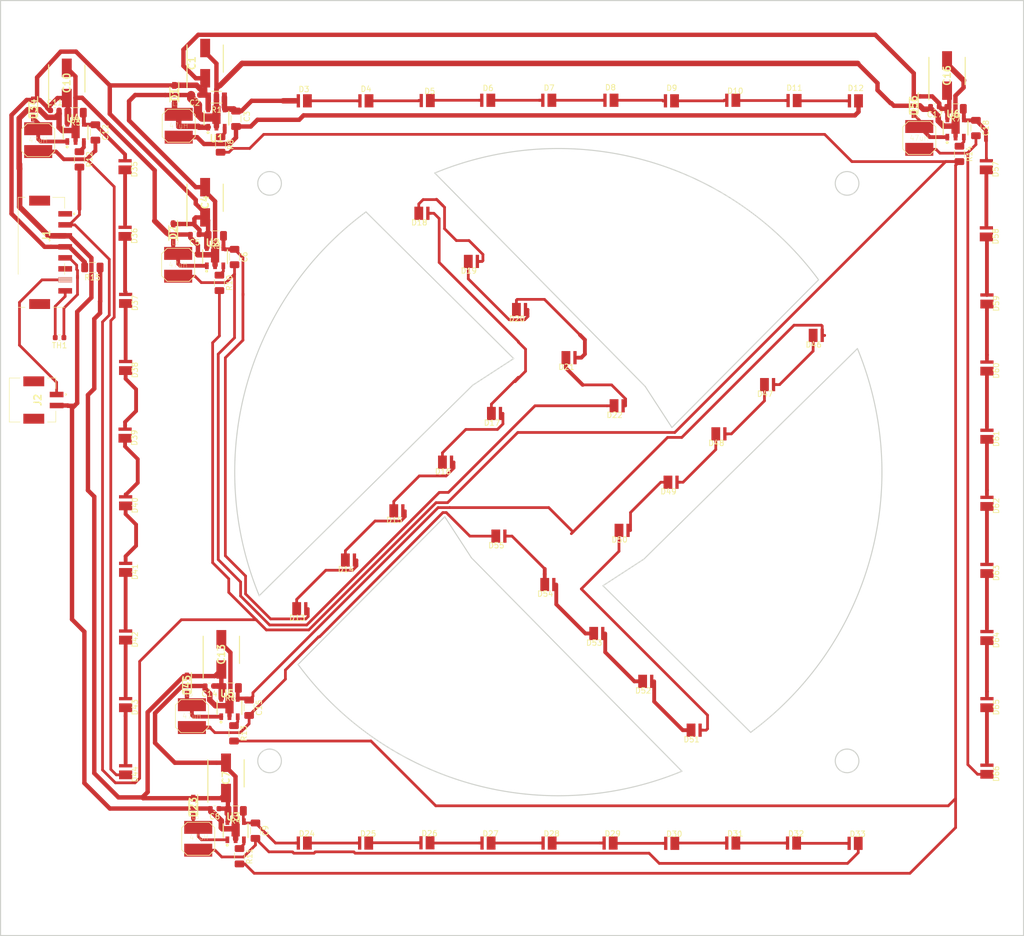
<source format=kicad_pcb>
(kicad_pcb (version 20171130) (host pcbnew "(5.1.2)-2")
  (layers (0 F.Cu signal) (31 B.Cu signal) (35 F.Paste user) (37 F.SilkS user) (39 F.Mask user) (44 Edge.Cuts user))
  (net 0 "")
  (net 1 VCC)
  (net 2 GND)
  (net 3 "Net-(C3-Pad1)")
  (net 4 "Net-(C3-Pad2)")
  (net 5 "Net-(D1-Pad2)")
  (net 6 "Net-(D3-Pad1)")
  (net 7 "Net-(D4-Pad1)")
  (net 8 "Net-(D5-Pad1)")
  (net 9 "Net-(D6-Pad1)")
  (net 10 "Net-(D7-Pad1)")
  (net 11 "Net-(D8-Pad1)")
  (net 12 "Net-(D10-Pad2)")
  (net 13 "Net-(D10-Pad1)")
  (net 14 "Net-(D11-Pad1)")
  (net 15 "Net-(C6-Pad2)")
  (net 16 "Net-(C6-Pad1)")
  (net 17 "Net-(C9-Pad1)")
  (net 18 "Net-(C9-Pad2)")
  (net 19 /ADJ)
  (net 20 "Net-(D2-Pad2)")
  (net 21 "Net-(D13-Pad1)")
  (net 22 "Net-(D14-Pad1)")
  (net 23 "Net-(D15-Pad1)")
  (net 24 "Net-(D16-Pad1)")
  (net 25 "Net-(D17-Pad1)")
  (net 26 "Net-(D18-Pad1)")
  (net 27 "Net-(D19-Pad1)")
  (net 28 "Net-(D20-Pad1)")
  (net 29 "Net-(D21-Pad1)")
  (net 30 "Net-(D23-Pad2)")
  (net 31 "Net-(D24-Pad1)")
  (net 32 "Net-(D25-Pad1)")
  (net 33 "Net-(D26-Pad1)")
  (net 34 "Net-(D27-Pad1)")
  (net 35 "Net-(D28-Pad1)")
  (net 36 "Net-(D29-Pad1)")
  (net 37 "Net-(D30-Pad1)")
  (net 38 "Net-(D31-Pad1)")
  (net 39 "Net-(D32-Pad1)")
  (net 40 "Net-(C12-Pad2)")
  (net 41 "Net-(C12-Pad1)")
  (net 42 "Net-(C15-Pad1)")
  (net 43 "Net-(C15-Pad2)")
  (net 44 "Net-(D34-Pad2)")
  (net 45 "Net-(D35-Pad1)")
  (net 46 "Net-(D36-Pad1)")
  (net 47 "Net-(D37-Pad1)")
  (net 48 "Net-(D38-Pad1)")
  (net 49 "Net-(D39-Pad1)")
  (net 50 "Net-(D40-Pad1)")
  (net 51 "Net-(D41-Pad1)")
  (net 52 "Net-(D42-Pad1)")
  (net 53 "Net-(D43-Pad1)")
  (net 54 "Net-(D45-Pad2)")
  (net 55 "Net-(D46-Pad1)")
  (net 56 "Net-(D47-Pad1)")
  (net 57 "Net-(D48-Pad1)")
  (net 58 "Net-(D49-Pad1)")
  (net 59 "Net-(D50-Pad1)")
  (net 60 "Net-(D51-Pad1)")
  (net 61 "Net-(D52-Pad1)")
  (net 62 "Net-(D53-Pad1)")
  (net 63 "Net-(D54-Pad1)")
  (net 64 "Net-(C18-Pad1)")
  (net 65 "Net-(C18-Pad2)")
  (net 66 "Net-(D56-Pad2)")
  (net 67 "Net-(D57-Pad1)")
  (net 68 "Net-(D58-Pad1)")
  (net 69 "Net-(D59-Pad1)")
  (net 70 "Net-(D60-Pad1)")
  (net 71 "Net-(D61-Pad1)")
  (net 72 "Net-(D62-Pad1)")
  (net 73 "Net-(D63-Pad1)")
  (net 74 "Net-(D64-Pad1)")
  (net 75 "Net-(D65-Pad1)")
  (net 76 "Net-(J1-Pad6)")
  (net 77 "Net-(R8-Pad1)")
  (net 78 "Net-(R10-Pad1)")
  (net 79 "Net-(R11-Pad1)")
  (net 80 "Net-(R12-Pad1)")
  (net 81 "Net-(R13-Pad1)")
  (net 82 "Net-(R14-Pad1)")
  (net 83 /3.3V)
  (net 84 /12V_Fan)
  (net 85 /NTC)
  (module Kicad_mylib:JK3030AWT-00-0000-000A0UJ465E (layer F.Cu) (at 57.29 81.89 90)
    (fp_text reference D38 (at 0.1 1.7 90) (layer F.SilkS))
    (fp_text value LED)
    (pad 1 smd rect (at 0 0 90) (size 1.6 2.4) (layers F.Cu F.Paste F.Mask) (net 48 "Net-(D38-Pad1)"))
    (pad 2 smd rect (at 1.65 0 90) (size 0.6 2.4) (layers F.Cu F.Paste F.Mask) (net 47 "Net-(D37-Pad1)"))
    (pad 2 smd rect (at 2.1 0 90) (size 0.3 0.5) (layers F.Cu F.Paste F.Mask) (net 47 "Net-(D37-Pad1)"))
  )
  (module Kicad_mylib:JK3030AWT-00-0000-000A0UJ465E (layer F.Cu) (at 57.29 106.49 90)
    (fp_text reference D40 (at 0.1 1.7 90) (layer F.SilkS))
    (fp_text value LED)
    (pad 1 smd rect (at 0 0 90) (size 1.6 2.4) (layers F.Cu F.Paste F.Mask) (net 50 "Net-(D40-Pad1)"))
    (pad 2 smd rect (at 1.65 0 90) (size 0.6 2.4) (layers F.Cu F.Paste F.Mask) (net 49 "Net-(D39-Pad1)"))
    (pad 2 smd rect (at 2.1 0 90) (size 0.3 0.5) (layers F.Cu F.Paste F.Mask) (net 49 "Net-(D39-Pad1)"))
  )
  (module Kicad_mylib:JK3030AWT-00-0000-000A0UJ465E (layer F.Cu) (at 155.89 102.19)
    (fp_text reference D49 (at 0.1 1.7) (layer F.SilkS))
    (fp_text value LED)
    (pad 1 smd rect (at 0 0) (size 1.6 2.4) (layers F.Cu F.Paste F.Mask) (net 58 "Net-(D49-Pad1)"))
    (pad 2 smd rect (at 1.65 0) (size 0.6 2.4) (layers F.Cu F.Paste F.Mask) (net 57 "Net-(D48-Pad1)"))
    (pad 2 smd rect (at 2.1 0) (size 0.3 0.5) (layers F.Cu F.Paste F.Mask) (net 57 "Net-(D48-Pad1)"))
  )
  (module Kicad_mylib:JK3030AWT-00-0000-000A0UJ465E (layer F.Cu) (at 57.19 45.39 90)
    (fp_text reference D35 (at 0.1 1.7 90) (layer F.SilkS))
    (fp_text value LED)
    (pad 1 smd rect (at 0 0 90) (size 1.6 2.4) (layers F.Cu F.Paste F.Mask) (net 45 "Net-(D35-Pad1)"))
    (pad 2 smd rect (at 1.65 0 90) (size 0.6 2.4) (layers F.Cu F.Paste F.Mask) (net 41 "Net-(C12-Pad1)"))
    (pad 2 smd rect (at 2.1 0 90) (size 0.3 0.5) (layers F.Cu F.Paste F.Mask) (net 41 "Net-(C12-Pad1)"))
  )
  (module SamacSys_Parts:SOD3616X130N (layer F.Cu) (at 66.15 31.69 270)
    (fp_text reference D1 (at 0.03 -0.058 90) (layer F.SilkS) (effects (font (size 1.27 1.27) (thickness 0.254))))
    (fp_text value PMEG4010EGWX hide)
    (pad 1 smd rect (at -1.65 0) (size 0.8 1.25) (layers F.Cu F.Paste F.Mask) (net 1 VCC))
    (pad 2 smd rect (at 1.65 0) (size 0.8 1.25) (layers F.Cu F.Paste F.Mask) (net 5 "Net-(D1-Pad2)"))
  )
  (module Kicad_mylib:JK3030AWT-00-0000-000A0UJ465E (layer F.Cu) (at 57.19 94.19 90)
    (fp_text reference D39 (at 0.1 1.7 90) (layer F.SilkS))
    (fp_text value LED)
    (pad 2 smd rect (at 2.1 0 90) (size 0.3 0.5) (layers F.Cu F.Paste F.Mask) (net 48 "Net-(D38-Pad1)"))
    (pad 2 smd rect (at 1.65 0 90) (size 0.6 2.4) (layers F.Cu F.Paste F.Mask) (net 48 "Net-(D38-Pad1)"))
    (pad 1 smd rect (at 0 0 90) (size 1.6 2.4) (layers F.Cu F.Paste F.Mask) (net 49 "Net-(D39-Pad1)"))
  )
  (module Kicad_mylib:JK3030AWT-00-0000-000A0UJ465E (layer F.Cu) (at 57.29 155.39 90)
    (fp_text reference D44 (at 0.1 1.7 90) (layer F.SilkS))
    (fp_text value LED)
    (pad 2 smd rect (at 2.1 0 90) (size 0.3 0.5) (layers F.Cu F.Paste F.Mask) (net 53 "Net-(D43-Pad1)"))
    (pad 2 smd rect (at 1.65 0 90) (size 0.6 2.4) (layers F.Cu F.Paste F.Mask) (net 53 "Net-(D43-Pad1)"))
    (pad 1 smd rect (at 0 0 90) (size 1.6 2.4) (layers F.Cu F.Paste F.Mask) (net 40 "Net-(C12-Pad2)"))
  )
  (module Capacitor_SMD:C_1206_3216Metric (layer F.Cu) (at 79.74 143.19 270)
    (fp_text reference C15 (at 0 -1.82 270) (layer F.SilkS))
    (fp_text value 1uF)
    (pad 1 smd roundrect (at -1.4 0 270) (size 1.25 1.75) (layers F.Cu F.Paste F.Mask) (roundrect_rratio 0.2) (net 42 "Net-(C15-Pad1)"))
    (pad 2 smd roundrect (at 1.4 0 270) (size 1.25 1.75) (layers F.Cu F.Paste F.Mask) (roundrect_rratio 0.2) (net 43 "Net-(C15-Pad2)"))
  )
  (module SamacSys_Parts:SOD3616X130N (layer F.Cu) (at 65.94 56.89 270)
    (fp_text reference D2 (at 0 0 270) (layer F.SilkS) (effects (font (size 1.27 1.27) (thickness 0.254))))
    (fp_text value PMEG4010EGWX hide)
    (pad 2 smd rect (at 1.65 0) (size 0.8 1.25) (layers F.Cu F.Paste F.Mask) (net 20 "Net-(D2-Pad2)"))
    (pad 1 smd rect (at -1.65 0) (size 0.8 1.25) (layers F.Cu F.Paste F.Mask) (net 1 VCC))
  )
  (module SamacSys_Parts:SOD3616X130N (layer F.Cu) (at 40.49 34.34 270)
    (fp_text reference D34 (at 0 0 270) (layer F.SilkS) (effects (font (size 1.27 1.27) (thickness 0.254))))
    (fp_text value PMEG4010EGWX hide)
    (pad 2 smd rect (at 1.65 0) (size 0.8 1.25) (layers F.Cu F.Paste F.Mask) (net 44 "Net-(D34-Pad2)"))
    (pad 1 smd rect (at -1.65 0) (size 0.8 1.25) (layers F.Cu F.Paste F.Mask) (net 1 VCC))
  )
  (module Kicad_mylib:JK3030AWT-00-0000-000A0UJ465E (layer F.Cu) (at 57.19 57.49 90)
    (fp_text reference D36 (at 0.1 1.7 90) (layer F.SilkS))
    (fp_text value LED)
    (pad 2 smd rect (at 2.1 0 90) (size 0.3 0.5) (layers F.Cu F.Paste F.Mask) (net 45 "Net-(D35-Pad1)"))
    (pad 2 smd rect (at 1.65 0 90) (size 0.6 2.4) (layers F.Cu F.Paste F.Mask) (net 45 "Net-(D35-Pad1)"))
    (pad 1 smd rect (at 0 0 90) (size 1.6 2.4) (layers F.Cu F.Paste F.Mask) (net 46 "Net-(D36-Pad1)"))
  )
  (module Kicad_mylib:JK3030AWT-00-0000-000A0UJ465E (layer F.Cu) (at 57.29 118.59 90)
    (fp_text reference D41 (at 0.1 1.7 90) (layer F.SilkS))
    (fp_text value LED)
    (pad 2 smd rect (at 2.1 0 90) (size 0.3 0.5) (layers F.Cu F.Paste F.Mask) (net 50 "Net-(D40-Pad1)"))
    (pad 2 smd rect (at 1.65 0 90) (size 0.6 2.4) (layers F.Cu F.Paste F.Mask) (net 50 "Net-(D40-Pad1)"))
    (pad 1 smd rect (at 0 0 90) (size 1.6 2.4) (layers F.Cu F.Paste F.Mask) (net 51 "Net-(D41-Pad1)"))
  )
  (module SamacSys_Parts:SOD3616X130N (layer F.Cu) (at 68.44 139.09 270)
    (fp_text reference D45 (at 0 0 270) (layer F.SilkS) (effects (font (size 1.27 1.27) (thickness 0.254))))
    (fp_text value PMEG4010EGWX hide)
    (pad 1 smd rect (at -1.65 0) (size 0.8 1.25) (layers F.Cu F.Paste F.Mask) (net 1 VCC))
    (pad 2 smd rect (at 1.65 0) (size 0.8 1.25) (layers F.Cu F.Paste F.Mask) (net 54 "Net-(D45-Pad2)"))
  )
  (module Kicad_mylib:JK3030AWT-00-0000-000A0UJ465E (layer F.Cu) (at 57.29 143.19 90)
    (fp_text reference D43 (at 0.1 1.7 90) (layer F.SilkS))
    (fp_text value LED)
    (pad 1 smd rect (at 0 0 90) (size 1.6 2.4) (layers F.Cu F.Paste F.Mask) (net 53 "Net-(D43-Pad1)"))
    (pad 2 smd rect (at 1.65 0 90) (size 0.6 2.4) (layers F.Cu F.Paste F.Mask) (net 52 "Net-(D42-Pad1)"))
    (pad 2 smd rect (at 2.1 0 90) (size 0.3 0.5) (layers F.Cu F.Paste F.Mask) (net 52 "Net-(D42-Pad1)"))
  )
  (module Kicad_mylib:JK3030AWT-00-0000-000A0UJ465E (layer F.Cu) (at 146.99 110.94)
    (fp_text reference D50 (at 0.1 1.7) (layer F.SilkS))
    (fp_text value LED)
    (pad 2 smd rect (at 2.1 0) (size 0.3 0.5) (layers F.Cu F.Paste F.Mask) (net 58 "Net-(D49-Pad1)"))
    (pad 2 smd rect (at 1.65 0) (size 0.6 2.4) (layers F.Cu F.Paste F.Mask) (net 58 "Net-(D49-Pad1)"))
    (pad 1 smd rect (at 0 0) (size 1.6 2.4) (layers F.Cu F.Paste F.Mask) (net 59 "Net-(D50-Pad1)"))
  )
  (module Kicad_mylib:JK3030AWT-00-0000-000A0UJ465E (layer F.Cu) (at 160.09 147.27)
    (fp_text reference D51 (at 0.1 1.7) (layer F.SilkS))
    (fp_text value LED)
    (pad 1 smd rect (at 0 0) (size 1.6 2.4) (layers F.Cu F.Paste F.Mask) (net 60 "Net-(D51-Pad1)"))
    (pad 2 smd rect (at 1.65 0) (size 0.6 2.4) (layers F.Cu F.Paste F.Mask) (net 59 "Net-(D50-Pad1)"))
    (pad 2 smd rect (at 2.1 0) (size 0.3 0.5) (layers F.Cu F.Paste F.Mask) (net 59 "Net-(D50-Pad1)"))
  )
  (module Resistor_SMD:R_0603_1608Metric (layer F.Cu) (at 45.2775 75.89 180)
    (fp_text reference TH1 (at 0 -1.43 180) (layer F.SilkS))
    (fp_text value Thermistor_NTC)
    (pad 1 smd roundrect (at -0.7875 0 180) (size 0.875 0.95) (layers F.Cu F.Paste F.Mask) (net 85 /NTC))
    (pad 2 smd roundrect (at 0.7875 0 180) (size 0.875 0.95) (layers F.Cu F.Paste F.Mask) (net 83 /3.3V))
  )
  (module Kicad_mylib:JK3030AWT-00-0000-000A0UJ465E (layer F.Cu) (at 112.69 32.79 180)
    (fp_text reference D5 (at 0.1 1.7 180) (layer F.SilkS))
    (fp_text value LED)
    (pad 2 smd rect (at 2.1 0 180) (size 0.3 0.5) (layers F.Cu F.Paste F.Mask) (net 7 "Net-(D4-Pad1)"))
    (pad 2 smd rect (at 1.65 0 180) (size 0.6 2.4) (layers F.Cu F.Paste F.Mask) (net 7 "Net-(D4-Pad1)"))
    (pad 1 smd rect (at 0 0 180) (size 1.6 2.4) (layers F.Cu F.Paste F.Mask) (net 8 "Net-(D5-Pad1)"))
  )
  (module Kicad_mylib:JK3030AWT-00-0000-000A0UJ465E (layer F.Cu) (at 128.34 70.79)
    (fp_text reference D20 (at 0.1 1.7) (layer F.SilkS))
    (fp_text value LED)
    (pad 2 smd rect (at 2.1 0) (size 0.3 0.5) (layers F.Cu F.Paste F.Mask) (net 27 "Net-(D19-Pad1)"))
    (pad 2 smd rect (at 1.65 0) (size 0.6 2.4) (layers F.Cu F.Paste F.Mask) (net 27 "Net-(D19-Pad1)"))
    (pad 1 smd rect (at 0 0) (size 1.6 2.4) (layers F.Cu F.Paste F.Mask) (net 28 "Net-(D20-Pad1)"))
  )
  (module Kicad_mylib:JK3030AWT-00-0000-000A0UJ465E (layer F.Cu) (at 112.64 167.74 180)
    (fp_text reference D26 (at 0.1 1.7 180) (layer F.SilkS))
    (fp_text value LED)
    (pad 1 smd rect (at 0 0 180) (size 1.6 2.4) (layers F.Cu F.Paste F.Mask) (net 33 "Net-(D26-Pad1)"))
    (pad 2 smd rect (at 1.65 0 180) (size 0.6 2.4) (layers F.Cu F.Paste F.Mask) (net 32 "Net-(D25-Pad1)"))
    (pad 2 smd rect (at 2.1 0 180) (size 0.3 0.5) (layers F.Cu F.Paste F.Mask) (net 32 "Net-(D25-Pad1)"))
  )
  (module Kicad_mylib:JK3030AWT-00-0000-000A0UJ465E (layer F.Cu) (at 164.59 93.39)
    (fp_text reference D48 (at 0.1 1.7) (layer F.SilkS))
    (fp_text value LED)
    (pad 2 smd rect (at 2.1 0) (size 0.3 0.5) (layers F.Cu F.Paste F.Mask) (net 56 "Net-(D47-Pad1)"))
    (pad 2 smd rect (at 1.65 0) (size 0.6 2.4) (layers F.Cu F.Paste F.Mask) (net 56 "Net-(D47-Pad1)"))
    (pad 1 smd rect (at 0 0) (size 1.6 2.4) (layers F.Cu F.Paste F.Mask) (net 57 "Net-(D48-Pad1)"))
  )
  (module Kicad_mylib:JK3030AWT-00-0000-000A0UJ465E (layer F.Cu) (at 142.39 129.69)
    (fp_text reference D53 (at 0.1 1.7) (layer F.SilkS))
    (fp_text value LED)
    (pad 1 smd rect (at 0 0) (size 1.6 2.4) (layers F.Cu F.Paste F.Mask) (net 62 "Net-(D53-Pad1)"))
    (pad 2 smd rect (at 1.65 0) (size 0.6 2.4) (layers F.Cu F.Paste F.Mask) (net 61 "Net-(D52-Pad1)"))
    (pad 2 smd rect (at 2.1 0) (size 0.3 0.5) (layers F.Cu F.Paste F.Mask) (net 61 "Net-(D52-Pad1)"))
  )
  (module Kicad_mylib:JK3030AWT-00-0000-000A0UJ465E (layer F.Cu) (at 168.24 167.79 180)
    (fp_text reference D31 (at 0.1 1.7 180) (layer F.SilkS))
    (fp_text value LED)
    (pad 2 smd rect (at 2.1 0 180) (size 0.3 0.5) (layers F.Cu F.Paste F.Mask) (net 37 "Net-(D30-Pad1)"))
    (pad 2 smd rect (at 1.65 0 180) (size 0.6 2.4) (layers F.Cu F.Paste F.Mask) (net 37 "Net-(D30-Pad1)"))
    (pad 1 smd rect (at 0 0 180) (size 1.6 2.4) (layers F.Cu F.Paste F.Mask) (net 38 "Net-(D31-Pad1)"))
  )
  (module Kicad_mylib:JK3030AWT-00-0000-000A0UJ465E (layer F.Cu) (at 133.49 120.79)
    (fp_text reference D54 (at 0.1 1.7) (layer F.SilkS))
    (fp_text value LED)
    (pad 1 smd rect (at 0 0) (size 1.6 2.4) (layers F.Cu F.Paste F.Mask) (net 63 "Net-(D54-Pad1)"))
    (pad 2 smd rect (at 1.65 0) (size 0.6 2.4) (layers F.Cu F.Paste F.Mask) (net 62 "Net-(D53-Pad1)"))
    (pad 2 smd rect (at 2.1 0) (size 0.3 0.5) (layers F.Cu F.Paste F.Mask) (net 62 "Net-(D53-Pad1)"))
  )
  (module SRN6045TA-6R8M:SRN6045 (layer F.Cu) (at 69.34 144.715)
    (fp_text reference L5 (at -0.5 -4) (layer F.SilkS) (effects (font (size 0.787402 0.787402) (thickness 0.05))))
    (fp_text value 47uH (at 0 0) (layer F.SilkS) (effects (font (size 1 0.9) (thickness 0.05))))
    (pad 1 smd rect (at 0 -2.075) (size 5.1 2.35) (layers F.Cu F.Paste F.Mask) (net 54 "Net-(D45-Pad2)"))
    (pad 2 smd rect (at 0 2.075) (size 5.1 2.35) (layers F.Cu F.Paste F.Mask) (net 43 "Net-(C15-Pad2)"))
  )
  (module SRN6045TA-6R8M:SRN6045 (layer F.Cu) (at 41.39 39.99)
    (fp_text reference L4 (at -0.5 -4) (layer F.SilkS) (effects (font (size 0.787402 0.787402) (thickness 0.05))))
    (fp_text value 47uH (at 0 0) (layer F.SilkS) (effects (font (size 1 0.9) (thickness 0.05))))
    (pad 1 smd rect (at 0 -2.075) (size 5.1 2.35) (layers F.Cu F.Paste F.Mask) (net 44 "Net-(D34-Pad2)"))
    (pad 2 smd rect (at 0 2.075) (size 5.1 2.35) (layers F.Cu F.Paste F.Mask) (net 40 "Net-(C12-Pad2)"))
  )
  (module Kicad_mylib:JK3030AWT-00-0000-000A0UJ465E (layer F.Cu) (at 124.59 111.99)
    (fp_text reference D55 (at 0.1 1.7) (layer F.SilkS))
    (fp_text value LED)
    (pad 2 smd rect (at 2.1 0) (size 0.3 0.5) (layers F.Cu F.Paste F.Mask) (net 63 "Net-(D54-Pad1)"))
    (pad 2 smd rect (at 1.65 0) (size 0.6 2.4) (layers F.Cu F.Paste F.Mask) (net 63 "Net-(D54-Pad1)"))
    (pad 1 smd rect (at 0 0) (size 1.6 2.4) (layers F.Cu F.Paste F.Mask) (net 43 "Net-(C15-Pad2)"))
  )
  (module Kicad_mylib:SOT89-5_JOOL (layer F.Cu) (at 48.19 38.59)
    (fp_text reference U4 (at -0.416 -2.538) (layer F.SilkS) (effects (font (size 1.27 1.27) (thickness 0.254))))
    (fp_text value IS31LT3360 hide)
    (pad 2 smd rect (at 0 -0.605) (size 1.5 3.3) (layers F.Cu F.Paste F.Mask) (net 2 GND))
    (pad 5 smd rect (at -1.5 -1.65) (size 0.68 1.2) (layers F.Cu F.Paste F.Mask) (net 1 VCC))
    (pad 4 smd rect (at 1.5 -1.65) (size 0.68 1.2) (layers F.Cu F.Paste F.Mask) (net 41 "Net-(C12-Pad1)"))
    (pad 3 smd rect (at 1.5 1.65) (size 0.68 1.2) (layers F.Cu F.Paste F.Mask) (net 80 "Net-(R12-Pad1)"))
    (pad 2 smd rect (at 0 1.55) (size 0.68 1.4) (layers F.Cu F.Paste F.Mask) (net 2 GND))
    (pad 1 smd rect (at -1.5 1.65) (size 0.68 1.2) (layers F.Cu F.Paste F.Mask) (net 44 "Net-(D34-Pad2)"))
  )
  (module Kicad_mylib:JK3030AWT-00-0000-000A0UJ465E (layer F.Cu) (at 106.04 107.39)
    (fp_text reference D15 (at 0.1 1.7) (layer F.SilkS))
    (fp_text value LED)
    (pad 1 smd rect (at 0 0) (size 1.6 2.4) (layers F.Cu F.Paste F.Mask) (net 23 "Net-(D15-Pad1)"))
    (pad 2 smd rect (at 1.65 0) (size 0.6 2.4) (layers F.Cu F.Paste F.Mask) (net 22 "Net-(D14-Pad1)"))
    (pad 2 smd rect (at 2.1 0) (size 0.3 0.5) (layers F.Cu F.Paste F.Mask) (net 22 "Net-(D14-Pad1)"))
  )
  (module Kicad_mylib:JK3030AWT-00-0000-000A0UJ465E (layer F.Cu) (at 57.29 130.89 90)
    (fp_text reference D42 (at 0.1 1.7 90) (layer F.SilkS))
    (fp_text value LED)
    (pad 2 smd rect (at 2.1 0 90) (size 0.3 0.5) (layers F.Cu F.Paste F.Mask) (net 51 "Net-(D41-Pad1)"))
    (pad 2 smd rect (at 1.65 0 90) (size 0.6 2.4) (layers F.Cu F.Paste F.Mask) (net 51 "Net-(D41-Pad1)"))
    (pad 1 smd rect (at 0 0 90) (size 1.6 2.4) (layers F.Cu F.Paste F.Mask) (net 52 "Net-(D42-Pad1)"))
  )
  (module Kicad_mylib:SOT89-5_JOOL (layer F.Cu) (at 76.170001 143.165)
    (fp_text reference U5 (at -0.416 -2.538) (layer F.SilkS) (effects (font (size 1.27 1.27) (thickness 0.254))))
    (fp_text value IS31LT3360 hide)
    (pad 1 smd rect (at -1.5 1.65) (size 0.68 1.2) (layers F.Cu F.Paste F.Mask) (net 54 "Net-(D45-Pad2)"))
    (pad 2 smd rect (at 0 1.55) (size 0.68 1.4) (layers F.Cu F.Paste F.Mask) (net 2 GND))
    (pad 3 smd rect (at 1.5 1.65) (size 0.68 1.2) (layers F.Cu F.Paste F.Mask) (net 81 "Net-(R13-Pad1)"))
    (pad 4 smd rect (at 1.5 -1.65) (size 0.68 1.2) (layers F.Cu F.Paste F.Mask) (net 42 "Net-(C15-Pad1)"))
    (pad 5 smd rect (at -1.5 -1.65) (size 0.68 1.2) (layers F.Cu F.Paste F.Mask) (net 1 VCC))
    (pad 2 smd rect (at 0 -0.605) (size 1.5 3.3) (layers F.Cu F.Paste F.Mask) (net 2 GND))
  )
  (module Kicad_mylib:JK3030AWT-00-0000-000A0UJ465E (layer F.Cu) (at 57.29 69.69 90)
    (fp_text reference D37 (at 0.1 1.7 90) (layer F.SilkS))
    (fp_text value LED)
    (pad 1 smd rect (at 0 0 90) (size 1.6 2.4) (layers F.Cu F.Paste F.Mask) (net 47 "Net-(D37-Pad1)"))
    (pad 2 smd rect (at 1.65 0 90) (size 0.6 2.4) (layers F.Cu F.Paste F.Mask) (net 46 "Net-(D36-Pad1)"))
    (pad 2 smd rect (at 2.1 0 90) (size 0.3 0.5) (layers F.Cu F.Paste F.Mask) (net 46 "Net-(D36-Pad1)"))
  )
  (module Kicad_mylib:JK3030AWT-00-0000-000A0UJ465E (layer F.Cu) (at 168.24 32.74 180)
    (fp_text reference D10 (at 0.1 1.7 180) (layer F.SilkS))
    (fp_text value LED)
    (pad 1 smd rect (at 0 0 180) (size 1.6 2.4) (layers F.Cu F.Paste F.Mask) (net 13 "Net-(D10-Pad1)"))
    (pad 2 smd rect (at 1.65 0 180) (size 0.6 2.4) (layers F.Cu F.Paste F.Mask) (net 12 "Net-(D10-Pad2)"))
    (pad 2 smd rect (at 2.1 0 180) (size 0.3 0.5) (layers F.Cu F.Paste F.Mask) (net 12 "Net-(D10-Pad2)"))
  )
  (module Kicad_mylib:JK3030AWT-00-0000-000A0UJ465E (layer F.Cu) (at 151.29 138.39)
    (fp_text reference D52 (at 0.1 1.7) (layer F.SilkS))
    (fp_text value LED)
    (pad 2 smd rect (at 2.1 0) (size 0.3 0.5) (layers F.Cu F.Paste F.Mask) (net 60 "Net-(D51-Pad1)"))
    (pad 2 smd rect (at 1.65 0) (size 0.6 2.4) (layers F.Cu F.Paste F.Mask) (net 60 "Net-(D51-Pad1)"))
    (pad 1 smd rect (at 0 0) (size 1.6 2.4) (layers F.Cu F.Paste F.Mask) (net 61 "Net-(D52-Pad1)"))
  )
  (module Resistor_SMD:R_1206_3216Metric (layer F.Cu) (at 73.68 57.39 180)
    (fp_text reference R3 (at 0 -1.82 180) (layer F.SilkS))
    (fp_text value 0.22)
    (pad 1 smd roundrect (at -1.4 0 180) (size 1.25 1.75) (layers F.Cu F.Paste F.Mask) (roundrect_rratio 0.2) (net 16 "Net-(C6-Pad1)"))
    (pad 2 smd roundrect (at 1.4 0 180) (size 1.25 1.75) (layers F.Cu F.Paste F.Mask) (roundrect_rratio 0.2) (net 1 VCC))
  )
  (module Kicad_mylib:5055780871 (layer F.Cu) (at 42.89 57.39 270)
    (fp_text reference J1 (at 0 0 270) (layer F.SilkS) (effects (font (size 1.27 1.27) (thickness 0.254))))
    (fp_text value 5055780871 hide)
    (pad 8 smd rect (at 10 -3.412 270) (size 1 2.5) (layers F.Cu F.Paste F.Mask) (net 83 /3.3V))
    (pad 7 smd rect (at 8 -3.412 270) (size 1 2.5) (layers F.Cu F.Paste B.SilkS F.Mask) (net 84 /12V_Fan))
    (pad 6 smd rect (at 6 -3.412 270) (size 1 2.5) (layers F.Cu F.Paste F.Mask) (net 76 "Net-(J1-Pad6)"))
    (pad MP2 smd rect (at 12.4 1.238 270) (size 1.8 3.8) (layers F.Cu F.Paste F.Mask))
    (pad MP1 smd rect (at -6.4 1.238 270) (size 1.8 3.8) (layers F.Cu F.Paste F.Mask))
    (pad 5 smd rect (at 4 -3.412 270) (size 1 2.5) (layers F.Cu F.Paste F.Mask) (net 85 /NTC))
    (pad 4 smd rect (at 2 -3.412 270) (size 1 2.5) (layers F.Cu F.Paste F.Mask) (net 1 VCC))
    (pad 3 smd rect (at 0 -3.412 270) (size 1 2.5) (layers F.Cu F.Paste F.Mask) (net 2 GND))
    (pad 2 smd rect (at -2 -3.412 270) (size 1 2.5) (layers F.Cu F.Paste F.Mask) (net 19 /ADJ))
    (pad 1 smd rect (at -4 -3.412 270) (size 1 2.5) (layers F.Cu F.Paste F.Mask))
  )
  (module Resistor_SMD:R_1206_3216Metric (layer F.Cu) (at 48.19 34.99 180)
    (fp_text reference R5 (at 0 -1.82 180) (layer F.SilkS))
    (fp_text value 0.22)
    (pad 2 smd roundrect (at 1.4 0 180) (size 1.25 1.75) (layers F.Cu F.Paste F.Mask) (roundrect_rratio 0.2) (net 1 VCC))
    (pad 1 smd roundrect (at -1.4 0 180) (size 1.25 1.75) (layers F.Cu F.Paste F.Mask) (roundrect_rratio 0.2) (net 41 "Net-(C12-Pad1)"))
  )
  (module Resistor_SMD:R_1206_3216Metric (layer F.Cu) (at 76.39 139.59 180)
    (fp_text reference R6 (at 0 -1.82 180) (layer F.SilkS))
    (fp_text value 0.22)
    (pad 1 smd roundrect (at -1.4 0 180) (size 1.25 1.75) (layers F.Cu F.Paste F.Mask) (roundrect_rratio 0.2) (net 42 "Net-(C15-Pad1)"))
    (pad 2 smd roundrect (at 1.4 0 180) (size 1.25 1.75) (layers F.Cu F.Paste F.Mask) (roundrect_rratio 0.2) (net 1 VCC))
  )
  (module Resistor_SMD:R_1206_3216Metric (layer F.Cu) (at 76.99 147.84 270)
    (fp_text reference R13 (at 0 -1.82 270) (layer F.SilkS))
    (fp_text value 100)
    (pad 2 smd roundrect (at 1.4 0 270) (size 1.25 1.75) (layers F.Cu F.Paste F.Mask) (roundrect_rratio 0.2) (net 19 /ADJ))
    (pad 1 smd roundrect (at -1.4 0 270) (size 1.25 1.75) (layers F.Cu F.Paste F.Mask) (roundrect_rratio 0.2) (net 81 "Net-(R13-Pad1)"))
  )
  (module Resistor_SMD:R_1206_3216Metric (layer F.Cu) (at 48.89 43.49 270)
    (fp_text reference R12 (at 0 -1.82 270) (layer F.SilkS))
    (fp_text value 100)
    (pad 1 smd roundrect (at -1.4 0 270) (size 1.25 1.75) (layers F.Cu F.Paste F.Mask) (roundrect_rratio 0.2) (net 80 "Net-(R12-Pad1)"))
    (pad 2 smd roundrect (at 1.4 0 270) (size 1.25 1.75) (layers F.Cu F.Paste F.Mask) (roundrect_rratio 0.2) (net 19 /ADJ))
  )
  (module Resistor_SMD:R_1206_3216Metric (layer F.Cu) (at 51.24 63.14 180)
    (fp_text reference R15 (at 0 -1.82 180) (layer F.SilkS))
    (fp_text value 0)
    (pad 1 smd roundrect (at -1.4 0 180) (size 1.25 1.75) (layers F.Cu F.Paste F.Mask) (roundrect_rratio 0.2) (net 1 VCC))
    (pad 2 smd roundrect (at 1.4 0 180) (size 1.25 1.75) (layers F.Cu F.Paste F.Mask) (roundrect_rratio 0.2) (net 1 VCC))
  )
  (module SamacSys_Parts:5055780271 (layer F.Cu) (at 44.59 87.24 270)
    (fp_text reference J2 (at 0 3.275 270) (layer F.SilkS) (effects (font (size 1.27 1.27) (thickness 0.254))))
    (fp_text value 505578-0271 hide)
    (pad 1 smd rect (at -1 -0.15 270) (size 1 2.5) (layers F.Cu F.Paste F.Mask) (net 84 /12V_Fan))
    (pad 2 smd rect (at 1 -0.15 270) (size 1 2.5) (layers F.Cu F.Paste F.Mask) (net 2 GND))
    (pad MP1 smd rect (at -3.4 4 270) (size 1.8 3.8) (layers F.Cu F.Paste F.Mask))
    (pad MP2 smd rect (at 3.4 4 270) (size 1.8 3.8) (layers F.Cu F.Paste F.Mask))
  )
  (module Resistor_SMD:R_1206_3216Metric (layer F.Cu) (at 74.34 65.94 270)
    (fp_text reference R10 (at 0 -1.82 270) (layer F.SilkS))
    (fp_text value 100)
    (pad 1 smd roundrect (at -1.4 0 270) (size 1.25 1.75) (layers F.Cu F.Paste F.Mask) (roundrect_rratio 0.2) (net 78 "Net-(R10-Pad1)"))
    (pad 2 smd roundrect (at 1.4 0 270) (size 1.25 1.75) (layers F.Cu F.Paste F.Mask) (roundrect_rratio 0.2) (net 19 /ADJ))
  )
  (module Resistor_SMD:R_1206_3216Metric (layer F.Cu) (at 74.55 40.79 270)
    (fp_text reference R8 (at 0 -1.82 270) (layer F.SilkS))
    (fp_text value 100)
    (pad 2 smd roundrect (at 1.4 0 270) (size 1.25 1.75) (layers F.Cu F.Paste F.Mask) (roundrect_rratio 0.2) (net 19 /ADJ))
    (pad 1 smd roundrect (at -1.4 0 270) (size 1.25 1.75) (layers F.Cu F.Paste F.Mask) (roundrect_rratio 0.2) (net 77 "Net-(R8-Pad1)"))
  )
  (module Kicad_mylib:JK3030AWT-00-0000-000A0UJ465E (layer F.Cu) (at 145.94 167.79 180)
    (fp_text reference D29 (at 0.1 1.7 180) (layer F.SilkS))
    (fp_text value LED)
    (pad 1 smd rect (at 0 0 180) (size 1.6 2.4) (layers F.Cu F.Paste F.Mask) (net 36 "Net-(D29-Pad1)"))
    (pad 2 smd rect (at 1.65 0 180) (size 0.6 2.4) (layers F.Cu F.Paste F.Mask) (net 35 "Net-(D28-Pad1)"))
    (pad 2 smd rect (at 2.1 0 180) (size 0.3 0.5) (layers F.Cu F.Paste F.Mask) (net 35 "Net-(D28-Pad1)"))
  )
  (module Kicad_mylib:JK3030AWT-00-0000-000A0UJ465E (layer F.Cu) (at 157.14 167.84 180)
    (fp_text reference D30 (at 0.1 1.7 180) (layer F.SilkS))
    (fp_text value LED)
    (pad 2 smd rect (at 2.1 0 180) (size 0.3 0.5) (layers F.Cu F.Paste F.Mask) (net 36 "Net-(D29-Pad1)"))
    (pad 2 smd rect (at 1.65 0 180) (size 0.6 2.4) (layers F.Cu F.Paste F.Mask) (net 36 "Net-(D29-Pad1)"))
    (pad 1 smd rect (at 0 0 180) (size 1.6 2.4) (layers F.Cu F.Paste F.Mask) (net 37 "Net-(D30-Pad1)"))
  )
  (module Capacitor_SMD:C_0603_1608Metric (layer F.Cu) (at 44.4025 34.59)
    (fp_text reference C11 (at 0 -1.43) (layer F.SilkS))
    (fp_text value 0.1uF)
    (pad 2 smd roundrect (at 0.7875 0) (size 0.875 0.95) (layers F.Cu F.Paste F.Mask) (net 2 GND))
    (pad 1 smd roundrect (at -0.7875 0) (size 0.875 0.95) (layers F.Cu F.Paste F.Mask) (net 1 VCC))
  )
  (module Kicad_mylib:JK3030AWT-00-0000-000A0UJ465E (layer F.Cu) (at 123.74 167.79 180)
    (fp_text reference D27 (at 0.1 1.7 180) (layer F.SilkS))
    (fp_text value LED)
    (pad 2 smd rect (at 2.1 0 180) (size 0.3 0.5) (layers F.Cu F.Paste F.Mask) (net 33 "Net-(D26-Pad1)"))
    (pad 2 smd rect (at 1.65 0 180) (size 0.6 2.4) (layers F.Cu F.Paste F.Mask) (net 33 "Net-(D26-Pad1)"))
    (pad 1 smd rect (at 0 0 180) (size 1.6 2.4) (layers F.Cu F.Paste F.Mask) (net 34 "Net-(D27-Pad1)"))
  )
  (module Capacitor_SMD:C_0603_1608Metric (layer F.Cu) (at 72.5275 139.24 180)
    (fp_text reference C14 (at 0 -1.43 180) (layer F.SilkS))
    (fp_text value 0.1uF)
    (pad 1 smd roundrect (at -0.7875 0 180) (size 0.875 0.95) (layers F.Cu F.Paste F.Mask) (net 1 VCC))
    (pad 2 smd roundrect (at 0.7875 0 180) (size 0.875 0.95) (layers F.Cu F.Paste F.Mask) (net 2 GND))
  )
  (module Kicad_mylib:SOT89-5_JOOL (layer F.Cu) (at 73.55 61.185)
    (fp_text reference U2 (at -0.416 -2.538) (layer F.SilkS) (effects (font (size 1.27 1.27) (thickness 0.254))))
    (fp_text value IS31LT3360 hide)
    (pad 1 smd rect (at -1.5 1.65) (size 0.68 1.2) (layers F.Cu F.Paste F.Mask) (net 20 "Net-(D2-Pad2)"))
    (pad 2 smd rect (at 0 1.55) (size 0.68 1.4) (layers F.Cu F.Paste F.Mask) (net 2 GND))
    (pad 3 smd rect (at 1.5 1.65) (size 0.68 1.2) (layers F.Cu F.Paste F.Mask) (net 78 "Net-(R10-Pad1)"))
    (pad 4 smd rect (at 1.5 -1.65) (size 0.68 1.2) (layers F.Cu F.Paste F.Mask) (net 16 "Net-(C6-Pad1)"))
    (pad 5 smd rect (at -1.5 -1.65) (size 0.68 1.2) (layers F.Cu F.Paste F.Mask) (net 1 VCC))
    (pad 2 smd rect (at 0 -0.605) (size 1.5 3.3) (layers F.Cu F.Paste F.Mask) (net 2 GND))
  )
  (module Kicad_mylib:JK3030AWT-00-0000-000A0UJ465E (layer F.Cu) (at 119.59 62.04)
    (fp_text reference D19 (at 0.1 1.7) (layer F.SilkS))
    (fp_text value LED)
    (pad 1 smd rect (at 0 0) (size 1.6 2.4) (layers F.Cu F.Paste F.Mask) (net 27 "Net-(D19-Pad1)"))
    (pad 2 smd rect (at 1.65 0) (size 0.6 2.4) (layers F.Cu F.Paste F.Mask) (net 26 "Net-(D18-Pad1)"))
    (pad 2 smd rect (at 2.1 0) (size 0.3 0.5) (layers F.Cu F.Paste F.Mask) (net 26 "Net-(D18-Pad1)"))
  )
  (module SamacSys_Parts:CAPAE660X560N (layer F.Cu) (at 46.59 29.59 90)
    (fp_text reference C10 (at 0 0 90) (layer F.SilkS) (effects (font (size 1.27 1.27) (thickness 0.254))))
    (fp_text value 100uF hide)
    (pad 2 smd rect (at 2.75 0 180) (size 1.8 3.35) (layers F.Cu F.Paste F.Mask) (net 2 GND))
    (pad 1 smd rect (at -2.75 0 180) (size 1.8 3.35) (layers F.Cu F.Paste F.Mask) (net 1 VCC))
  )
  (module Kicad_mylib:JK3030AWT-00-0000-000A0UJ465E (layer F.Cu) (at 137.34 79.54)
    (fp_text reference D21 (at 0.1 1.7) (layer F.SilkS))
    (fp_text value LED)
    (pad 1 smd rect (at 0 0) (size 1.6 2.4) (layers F.Cu F.Paste F.Mask) (net 29 "Net-(D21-Pad1)"))
    (pad 2 smd rect (at 1.65 0) (size 0.6 2.4) (layers F.Cu F.Paste F.Mask) (net 28 "Net-(D20-Pad1)"))
    (pad 2 smd rect (at 2.1 0) (size 0.3 0.5) (layers F.Cu F.Paste F.Mask) (net 28 "Net-(D20-Pad1)"))
  )
  (module Kicad_mylib:JK3030AWT-00-0000-000A0UJ465E (layer F.Cu) (at 101.49 167.79 180)
    (fp_text reference D25 (at 0.1 1.7 180) (layer F.SilkS))
    (fp_text value LED)
    (pad 2 smd rect (at 2.1 0 180) (size 0.3 0.5) (layers F.Cu F.Paste F.Mask) (net 31 "Net-(D24-Pad1)"))
    (pad 2 smd rect (at 1.65 0 180) (size 0.6 2.4) (layers F.Cu F.Paste F.Mask) (net 31 "Net-(D24-Pad1)"))
    (pad 1 smd rect (at 0 0 180) (size 1.6 2.4) (layers F.Cu F.Paste F.Mask) (net 32 "Net-(D25-Pad1)"))
  )
  (module SamacSys_Parts:CAPAE660X560N (layer F.Cu) (at 74.69 133.49 90)
    (fp_text reference C13 (at 0 0 90) (layer F.SilkS) (effects (font (size 1.27 1.27) (thickness 0.254))))
    (fp_text value 100uF hide)
    (pad 1 smd rect (at -2.75 0 180) (size 1.8 3.35) (layers F.Cu F.Paste F.Mask) (net 1 VCC))
    (pad 2 smd rect (at 2.75 0 180) (size 1.8 3.35) (layers F.Cu F.Paste F.Mask) (net 2 GND))
  )
  (module Kicad_mylib:JK3030AWT-00-0000-000A0UJ465E (layer F.Cu) (at 90.34 167.79 180)
    (fp_text reference D24 (at 0.1 1.7 180) (layer F.SilkS))
    (fp_text value LED)
    (pad 1 smd rect (at 0 0 180) (size 1.6 2.4) (layers F.Cu F.Paste F.Mask) (net 31 "Net-(D24-Pad1)"))
    (pad 2 smd rect (at 1.65 0 180) (size 0.6 2.4) (layers F.Cu F.Paste F.Mask) (net 17 "Net-(C9-Pad1)"))
    (pad 2 smd rect (at 2.1 0 180) (size 0.3 0.5) (layers F.Cu F.Paste F.Mask) (net 17 "Net-(C9-Pad1)"))
  )
  (module Kicad_mylib:JK3030AWT-00-0000-000A0UJ465E (layer F.Cu) (at 146.09 88.29)
    (fp_text reference D22 (at 0.1 1.7) (layer F.SilkS))
    (fp_text value LED)
    (pad 2 smd rect (at 2.1 0) (size 0.3 0.5) (layers F.Cu F.Paste F.Mask) (net 29 "Net-(D21-Pad1)"))
    (pad 2 smd rect (at 1.65 0) (size 0.6 2.4) (layers F.Cu F.Paste F.Mask) (net 29 "Net-(D21-Pad1)"))
    (pad 1 smd rect (at 0 0) (size 1.6 2.4) (layers F.Cu F.Paste F.Mask) (net 15 "Net-(C6-Pad2)"))
  )
  (module Kicad_mylib:JK3030AWT-00-0000-000A0UJ465E (layer F.Cu) (at 134.84 167.79 180)
    (fp_text reference D28 (at 0.1 1.7 180) (layer F.SilkS))
    (fp_text value LED)
    (pad 1 smd rect (at 0 0 180) (size 1.6 2.4) (layers F.Cu F.Paste F.Mask) (net 35 "Net-(D28-Pad1)"))
    (pad 2 smd rect (at 1.65 0 180) (size 0.6 2.4) (layers F.Cu F.Paste F.Mask) (net 34 "Net-(D27-Pad1)"))
    (pad 2 smd rect (at 2.1 0 180) (size 0.3 0.5) (layers F.Cu F.Paste F.Mask) (net 34 "Net-(D27-Pad1)"))
  )
  (module SRN6045TA-6R8M:SRN6045 (layer F.Cu) (at 66.84 62.655)
    (fp_text reference L2 (at -0.5 -4) (layer F.SilkS) (effects (font (size 0.787402 0.787402) (thickness 0.05))))
    (fp_text value 47uH (at 0 0) (layer F.SilkS) (effects (font (size 1 0.9) (thickness 0.05))))
    (pad 2 smd rect (at 0 2.075) (size 5.1 2.35) (layers F.Cu F.Paste F.Mask) (net 15 "Net-(C6-Pad2)"))
    (pad 1 smd rect (at 0 -2.075) (size 5.1 2.35) (layers F.Cu F.Paste F.Mask) (net 20 "Net-(D2-Pad2)"))
  )
  (module Capacitor_SMD:C_1206_3216Metric (layer F.Cu) (at 51.79 38.59 270)
    (fp_text reference C12 (at 0 -1.82 270) (layer F.SilkS))
    (fp_text value 1uF)
    (pad 2 smd roundrect (at 1.4 0 270) (size 1.25 1.75) (layers F.Cu F.Paste F.Mask) (roundrect_rratio 0.2) (net 40 "Net-(C12-Pad2)"))
    (pad 1 smd roundrect (at -1.4 0 270) (size 1.25 1.75) (layers F.Cu F.Paste F.Mask) (roundrect_rratio 0.2) (net 41 "Net-(C12-Pad1)"))
  )
  (module SRN6045TA-6R8M:SRN6045 (layer F.Cu) (at 70.49 167.015)
    (fp_text reference L3 (at -0.5 -4) (layer F.SilkS) (effects (font (size 0.787402 0.787402) (thickness 0.05))))
    (fp_text value 47uH (at 0.137499 -0.25) (layer F.SilkS) (effects (font (size 1 0.9) (thickness 0.05))))
    (pad 1 smd rect (at 0 -2.075) (size 5.1 2.35) (layers F.Cu F.Paste F.Mask) (net 30 "Net-(D23-Pad2)"))
    (pad 2 smd rect (at 0 2.075) (size 5.1 2.35) (layers F.Cu F.Paste F.Mask) (net 18 "Net-(C9-Pad2)"))
  )
  (module SamacSys_Parts:SOD3616X130N (layer F.Cu) (at 69.59 161.29 270)
    (fp_text reference D23 (at 0 0 270) (layer F.SilkS) (effects (font (size 1.27 1.27) (thickness 0.254))))
    (fp_text value PMEG4010EGWX hide)
    (pad 1 smd rect (at -1.65 0) (size 0.8 1.25) (layers F.Cu F.Paste F.Mask) (net 1 VCC))
    (pad 2 smd rect (at 1.65 0) (size 0.8 1.25) (layers F.Cu F.Paste F.Mask) (net 30 "Net-(D23-Pad2)"))
  )
  (module Resistors_SMD:R_1206 (layer F.Cu) (at 73.8 32.1796 180)
    (fp_text reference R1 (at 0 -2.3 180) (layer F.SilkS))
    (fp_text value 0.22)
    (pad 1 smd rect (at -1.45 0 180) (size 0.9 1.7) (layers F.Cu F.Paste F.Mask) (net 3 "Net-(C3-Pad1)"))
    (pad 2 smd rect (at 1.45 0 180) (size 0.9 1.7) (layers F.Cu F.Paste F.Mask) (net 1 VCC))
  )
  (module Capacitor_SMD:C_1206_3216Metric (layer F.Cu) (at 80.89 165.54 270)
    (fp_text reference C9 (at 0 -1.82 270) (layer F.SilkS))
    (fp_text value 1uF)
    (pad 1 smd roundrect (at -1.4 0 270) (size 1.25 1.75) (layers F.Cu F.Paste F.Mask) (roundrect_rratio 0.2) (net 17 "Net-(C9-Pad1)"))
    (pad 2 smd roundrect (at 1.4 0 270) (size 1.25 1.75) (layers F.Cu F.Paste F.Mask) (roundrect_rratio 0.2) (net 18 "Net-(C9-Pad2)"))
  )
  (module Kicad_mylib:SOT89-5_JOOL (layer F.Cu) (at 73.8 35.985)
    (fp_text reference U1 (at 0.05 3.705) (layer F.SilkS) (effects (font (size 1.27 1.27) (thickness 0.254))))
    (fp_text value IS31LT3360 hide)
    (pad 2 smd rect (at 0 -0.605) (size 1.5 3.3) (layers F.Cu F.Paste F.Mask) (net 2 GND))
    (pad 5 smd rect (at -1.5 -1.65) (size 0.68 1.2) (layers F.Cu F.Paste F.Mask) (net 1 VCC))
    (pad 4 smd rect (at 1.5 -1.65) (size 0.68 1.2) (layers F.Cu F.Paste F.Mask) (net 3 "Net-(C3-Pad1)"))
    (pad 3 smd rect (at 1.5 1.65) (size 0.68 1.2) (layers F.Cu F.Paste F.Mask) (net 77 "Net-(R8-Pad1)"))
    (pad 2 smd rect (at 0 1.55) (size 0.68 1.4) (layers F.Cu F.Paste F.Mask) (net 2 GND))
    (pad 1 smd rect (at -1.5 1.65) (size 0.68 1.2) (layers F.Cu F.Paste F.Mask) (net 5 "Net-(D1-Pad2)"))
  )
  (module Resistor_SMD:R_1206_3216Metric (layer F.Cu) (at 77.99 170.19 270)
    (fp_text reference R11 (at 0 -1.82 270) (layer F.SilkS))
    (fp_text value 100)
    (pad 2 smd roundrect (at 1.4 0 270) (size 1.25 1.75) (layers F.Cu F.Paste F.Mask) (roundrect_rratio 0.2) (net 19 /ADJ))
    (pad 1 smd roundrect (at -1.4 0 270) (size 1.25 1.75) (layers F.Cu F.Paste F.Mask) (roundrect_rratio 0.2) (net 79 "Net-(R11-Pad1)"))
  )
  (module SamacSys_Parts:CAPAE660X560N (layer F.Cu) (at 71.75 25.99 90)
    (fp_text reference C1 (at 0 -2.4096 90) (layer F.SilkS) (effects (font (size 1.27 1.27) (thickness 0.254))))
    (fp_text value 100uF hide)
    (pad 1 smd rect (at -2.75 0 180) (size 1.8 3.35) (layers F.Cu F.Paste F.Mask) (net 1 VCC))
    (pad 2 smd rect (at 2.75 0 180) (size 1.8 3.35) (layers F.Cu F.Paste F.Mask) (net 2 GND))
  )
  (module Capacitor_SMD:C_0603_1608Metric (layer F.Cu) (at 73.4775 161.54 180)
    (fp_text reference C8 (at 0 -1.43 180) (layer F.SilkS))
    (fp_text value 0.1uF)
    (pad 1 smd roundrect (at -0.7875 0 180) (size 0.875 0.95) (layers F.Cu F.Paste F.Mask) (net 1 VCC))
    (pad 2 smd roundrect (at 0.7875 0 180) (size 0.875 0.95) (layers F.Cu F.Paste F.Mask) (net 2 GND))
  )
  (module SamacSys_Parts:CAPAE660X560N (layer F.Cu) (at 75.54 155.94 90)
    (fp_text reference C7 (at 0 0 90) (layer F.SilkS) (effects (font (size 1.27 1.27) (thickness 0.254))))
    (fp_text value 100uF hide)
    (pad 1 smd rect (at -2.75 0 180) (size 1.8 3.35) (layers F.Cu F.Paste F.Mask) (net 1 VCC))
    (pad 2 smd rect (at 2.75 0 180) (size 1.8 3.35) (layers F.Cu F.Paste F.Mask) (net 2 GND))
  )
  (module Resistor_SMD:R_1206_3216Metric (layer F.Cu) (at 77.29 161.94 180)
    (fp_text reference R4 (at 0 -1.82 180) (layer F.SilkS))
    (fp_text value 0.22)
    (pad 2 smd roundrect (at 1.4 0 180) (size 1.25 1.75) (layers F.Cu F.Paste F.Mask) (roundrect_rratio 0.2) (net 1 VCC))
    (pad 1 smd roundrect (at -1.4 0 180) (size 1.25 1.75) (layers F.Cu F.Paste F.Mask) (roundrect_rratio 0.2) (net 17 "Net-(C9-Pad1)"))
  )
  (module Kicad_mylib:SOT89-5_JOOL (layer F.Cu) (at 77.29 165.545)
    (fp_text reference U3 (at -0.416 -2.538) (layer F.SilkS) (effects (font (size 1.27 1.27) (thickness 0.254))))
    (fp_text value IS31LT3360 hide)
    (pad 2 smd rect (at 0 -0.605) (size 1.5 3.3) (layers F.Cu F.Paste F.Mask) (net 2 GND))
    (pad 5 smd rect (at -1.5 -1.65) (size 0.68 1.2) (layers F.Cu F.Paste F.Mask) (net 1 VCC))
    (pad 4 smd rect (at 1.5 -1.65) (size 0.68 1.2) (layers F.Cu F.Paste F.Mask) (net 17 "Net-(C9-Pad1)"))
    (pad 3 smd rect (at 1.5 1.65) (size 0.68 1.2) (layers F.Cu F.Paste F.Mask) (net 79 "Net-(R11-Pad1)"))
    (pad 2 smd rect (at 0 1.55) (size 0.68 1.4) (layers F.Cu F.Paste F.Mask) (net 2 GND))
    (pad 1 smd rect (at -1.5 1.65) (size 0.68 1.2) (layers F.Cu F.Paste F.Mask) (net 30 "Net-(D23-Pad2)"))
  )
  (module SamacSys_Parts:CAPAE660X560N (layer F.Cu) (at 71.74 51.29 90)
    (fp_text reference C4 (at 0 0 90) (layer F.SilkS) (effects (font (size 1.27 1.27) (thickness 0.254))))
    (fp_text value 100uF hide)
    (pad 1 smd rect (at -2.75 0 180) (size 1.8 3.35) (layers F.Cu F.Paste F.Mask) (net 1 VCC))
    (pad 2 smd rect (at 2.75 0 180) (size 1.8 3.35) (layers F.Cu F.Paste F.Mask) (net 2 GND))
  )
  (module Kicad_mylib:JK3030AWT-00-0000-000A0UJ465E (layer F.Cu) (at 88.39 125.19)
    (fp_text reference D13 (at 0.1 1.7) (layer F.SilkS))
    (fp_text value LED)
    (pad 1 smd rect (at 0 0) (size 1.6 2.4) (layers F.Cu F.Paste F.Mask) (net 21 "Net-(D13-Pad1)"))
    (pad 2 smd rect (at 1.65 0) (size 0.6 2.4) (layers F.Cu F.Paste F.Mask) (net 16 "Net-(C6-Pad1)"))
    (pad 2 smd rect (at 2.1 0) (size 0.3 0.5) (layers F.Cu F.Paste F.Mask) (net 16 "Net-(C6-Pad1)"))
  )
  (module Kicad_mylib:JK3030AWT-00-0000-000A0UJ465E (layer F.Cu) (at 97.24 116.34)
    (fp_text reference D14 (at 0.1 1.7) (layer F.SilkS))
    (fp_text value LED)
    (pad 2 smd rect (at 2.1 0) (size 0.3 0.5) (layers F.Cu F.Paste F.Mask) (net 21 "Net-(D13-Pad1)"))
    (pad 2 smd rect (at 1.65 0) (size 0.6 2.4) (layers F.Cu F.Paste F.Mask) (net 21 "Net-(D13-Pad1)"))
    (pad 1 smd rect (at 0 0) (size 1.6 2.4) (layers F.Cu F.Paste F.Mask) (net 22 "Net-(D14-Pad1)"))
  )
  (module Kicad_mylib:JK3030AWT-00-0000-000A0UJ465E (layer F.Cu) (at 114.89 98.54)
    (fp_text reference D16 (at 0.1 1.7) (layer F.SilkS))
    (fp_text value LED)
    (pad 2 smd rect (at 2.1 0) (size 0.3 0.5) (layers F.Cu F.Paste F.Mask) (net 23 "Net-(D15-Pad1)"))
    (pad 2 smd rect (at 1.65 0) (size 0.6 2.4) (layers F.Cu F.Paste F.Mask) (net 23 "Net-(D15-Pad1)"))
    (pad 1 smd rect (at 0 0) (size 1.6 2.4) (layers F.Cu F.Paste F.Mask) (net 24 "Net-(D16-Pad1)"))
  )
  (module Kicad_mylib:JK3030AWT-00-0000-000A0UJ465E (layer F.Cu) (at 134.79 32.74 180)
    (fp_text reference D7 (at 0.5 2.26 180) (layer F.SilkS))
    (fp_text value LED)
    (pad 2 smd rect (at 2.1 0 180) (size 0.3 0.5) (layers F.Cu F.Paste F.Mask) (net 9 "Net-(D6-Pad1)"))
    (pad 2 smd rect (at 1.65 0 180) (size 0.6 2.4) (layers F.Cu F.Paste F.Mask) (net 9 "Net-(D6-Pad1)"))
    (pad 1 smd rect (at 0 0 180) (size 1.6 2.4) (layers F.Cu F.Paste F.Mask) (net 10 "Net-(D7-Pad1)"))
  )
  (module Kicad_mylib:JK3030AWT-00-0000-000A0UJ465E (layer F.Cu) (at 157.09 32.84 180)
    (fp_text reference D9 (at 0.5 2.32 180) (layer F.SilkS))
    (fp_text value LED)
    (pad 2 smd rect (at 2.1 0 180) (size 0.3 0.5) (layers F.Cu F.Paste F.Mask) (net 11 "Net-(D8-Pad1)"))
    (pad 2 smd rect (at 1.65 0 180) (size 0.6 2.4) (layers F.Cu F.Paste F.Mask) (net 11 "Net-(D8-Pad1)"))
    (pad 1 smd rect (at 0 0 180) (size 1.6 2.4) (layers F.Cu F.Paste F.Mask) (net 12 "Net-(D10-Pad2)"))
  )
  (module Kicad_mylib:JK3030AWT-00-0000-000A0UJ465E (layer F.Cu) (at 123.79 89.69)
    (fp_text reference D17 (at 0.1 1.7) (layer F.SilkS))
    (fp_text value LED)
    (pad 1 smd rect (at 0 0) (size 1.6 2.4) (layers F.Cu F.Paste F.Mask) (net 25 "Net-(D17-Pad1)"))
    (pad 2 smd rect (at 1.65 0) (size 0.6 2.4) (layers F.Cu F.Paste F.Mask) (net 24 "Net-(D16-Pad1)"))
    (pad 2 smd rect (at 2.1 0) (size 0.3 0.5) (layers F.Cu F.Paste F.Mask) (net 24 "Net-(D16-Pad1)"))
  )
  (module Kicad_mylib:JK3030AWT-00-0000-000A0UJ465E (layer F.Cu) (at 110.59 53.29)
    (fp_text reference D18 (at 0.1 1.7) (layer F.SilkS))
    (fp_text value LED)
    (pad 2 smd rect (at 2.1 0) (size 0.3 0.5) (layers F.Cu F.Paste F.Mask) (net 25 "Net-(D17-Pad1)"))
    (pad 2 smd rect (at 1.65 0) (size 0.6 2.4) (layers F.Cu F.Paste F.Mask) (net 25 "Net-(D17-Pad1)"))
    (pad 1 smd rect (at 0 0) (size 1.6 2.4) (layers F.Cu F.Paste F.Mask) (net 26 "Net-(D18-Pad1)"))
  )
  (module Capacitor_SMD:C_1206_3216Metric (layer F.Cu) (at 77.09 61.24 270)
    (fp_text reference C6 (at 0 -1.82 270) (layer F.SilkS))
    (fp_text value 1uF)
    (pad 2 smd roundrect (at 1.4 0 270) (size 1.25 1.75) (layers F.Cu F.Paste F.Mask) (roundrect_rratio 0.2) (net 15 "Net-(C6-Pad2)"))
    (pad 1 smd roundrect (at -1.4 0 270) (size 1.25 1.75) (layers F.Cu F.Paste F.Mask) (roundrect_rratio 0.2) (net 16 "Net-(C6-Pad1)"))
  )
  (module Capacitor_SMD:C_1206_3216Metric (layer F.Cu) (at 77.356 36.1072 270)
    (fp_text reference C3 (at -0.4172 -1.994 270) (layer F.SilkS))
    (fp_text value 1uF)
    (pad 1 smd roundrect (at -1.4 0 270) (size 1.25 1.75) (layers F.Cu F.Paste F.Mask) (roundrect_rratio 0.2) (net 3 "Net-(C3-Pad1)"))
    (pad 2 smd roundrect (at 1.4 0 270) (size 1.25 1.75) (layers F.Cu F.Paste F.Mask) (roundrect_rratio 0.2) (net 4 "Net-(C3-Pad2)"))
  )
  (module SRN6045TA-6R8M:SRN6045 (layer F.Cu) (at 66.942 37.374)
    (fp_text reference L1 (at -0.5 -4) (layer F.SilkS) (effects (font (size 0.787402 0.787402) (thickness 0.05))))
    (fp_text value 47uH (at 0 0) (layer F.SilkS) (effects (font (size 1 0.9) (thickness 0.05))))
    (pad 1 smd rect (at 0 -2.075) (size 5.1 2.35) (layers F.Cu F.Paste F.Mask) (net 5 "Net-(D1-Pad2)"))
    (pad 2 smd rect (at 0 2.075) (size 5.1 2.35) (layers F.Cu F.Paste F.Mask) (net 4 "Net-(C3-Pad2)"))
  )
  (module Kicad_mylib:JK3030AWT-00-0000-000A0UJ465E (layer F.Cu) (at 123.69 32.74 180)
    (fp_text reference D6 (at 0.5 2.2 180) (layer F.SilkS))
    (fp_text value LED)
    (pad 1 smd rect (at 0 0 180) (size 1.6 2.4) (layers F.Cu F.Paste F.Mask) (net 9 "Net-(D6-Pad1)"))
    (pad 2 smd rect (at 1.65 0 180) (size 0.6 2.4) (layers F.Cu F.Paste F.Mask) (net 8 "Net-(D5-Pad1)"))
    (pad 2 smd rect (at 2.1 0 180) (size 0.3 0.5) (layers F.Cu F.Paste F.Mask) (net 8 "Net-(D5-Pad1)"))
  )
  (module Capacitor_SMD:C_0603_1608Metric (layer F.Cu) (at 69.99 31.786 180)
    (fp_text reference C2 (at 0.14 -1.43 180) (layer F.SilkS))
    (fp_text value 0.1uF)
    (pad 1 smd roundrect (at -0.7875 0 180) (size 0.875 0.95) (layers F.Cu F.Paste F.Mask) (net 1 VCC))
    (pad 2 smd roundrect (at 0.7875 0 180) (size 0.875 0.95) (layers F.Cu F.Paste F.Mask) (net 2 GND))
  )
  (module Kicad_mylib:JK3030AWT-00-0000-000A0UJ465E (layer F.Cu) (at 90.34 32.84 180)
    (fp_text reference D3 (at 0.62 2.1 180) (layer F.SilkS))
    (fp_text value LED)
    (pad 1 smd rect (at 0 0 180) (size 1.6 2.4) (layers F.Cu F.Paste F.Mask) (net 6 "Net-(D3-Pad1)"))
    (pad 2 smd rect (at 1.65 0 180) (size 0.6 2.4) (layers F.Cu F.Paste F.Mask) (net 3 "Net-(C3-Pad1)"))
    (pad 2 smd rect (at 2.1 0 180) (size 0.3 0.5) (layers F.Cu F.Paste F.Mask) (net 3 "Net-(C3-Pad1)"))
  )
  (module Kicad_mylib:JK3030AWT-00-0000-000A0UJ465E (layer F.Cu) (at 101.54 32.84 180)
    (fp_text reference D4 (at 0.54 2.15 180) (layer F.SilkS))
    (fp_text value LED)
    (pad 2 smd rect (at 2.1 0 180) (size 0.3 0.5) (layers F.Cu F.Paste F.Mask) (net 6 "Net-(D3-Pad1)"))
    (pad 2 smd rect (at 1.65 0 180) (size 0.6 2.4) (layers F.Cu F.Paste F.Mask) (net 6 "Net-(D3-Pad1)"))
    (pad 1 smd rect (at 0 0 180) (size 1.6 2.4) (layers F.Cu F.Paste F.Mask) (net 7 "Net-(D4-Pad1)"))
  )
  (module Kicad_mylib:JK3030AWT-00-0000-000A0UJ465E (layer F.Cu) (at 146.09 32.74 180)
    (fp_text reference D8 (at 0.65 2.32 180) (layer F.SilkS))
    (fp_text value LED)
    (pad 1 smd rect (at 0 0 180) (size 1.6 2.4) (layers F.Cu F.Paste F.Mask) (net 11 "Net-(D8-Pad1)"))
    (pad 2 smd rect (at 1.65 0 180) (size 0.6 2.4) (layers F.Cu F.Paste F.Mask) (net 10 "Net-(D7-Pad1)"))
    (pad 2 smd rect (at 2.1 0 180) (size 0.3 0.5) (layers F.Cu F.Paste F.Mask) (net 10 "Net-(D7-Pad1)"))
  )
  (module Capacitor_SMD:C_0603_1608Metric (layer F.Cu) (at 69.85 57.15 180)
    (fp_text reference C5 (at 0 -1.43 180) (layer F.SilkS))
    (fp_text value 0.1uF)
    (pad 1 smd roundrect (at -0.7875 0 180) (size 0.875 0.95) (layers F.Cu F.Paste F.Mask) (net 1 VCC))
    (pad 2 smd roundrect (at 0.7875 0 180) (size 0.875 0.95) (layers F.Cu F.Paste F.Mask) (net 2 GND))
  )
  (module SamacSys_Parts:CAPAE660X560N (layer F.Cu) (at 206.64 28.24 90)
    (fp_text reference C16 (at 0 0 90) (layer F.SilkS) (effects (font (size 1.27 1.27) (thickness 0.254))))
    (fp_text value 100uF hide)
    (pad 1 smd rect (at -2.75 0 180) (size 1.8 3.35) (layers F.Cu F.Paste F.Mask) (net 1 VCC))
    (pad 2 smd rect (at 2.75 0 180) (size 1.8 3.35) (layers F.Cu F.Paste F.Mask) (net 2 GND))
  )
  (module SRN6045TA-6R8M:SRN6045 (layer F.Cu) (at 201.59 39.59)
    (fp_text reference L6 (at -0.5 -4) (layer F.SilkS) (effects (font (size 0.787402 0.787402) (thickness 0.05))))
    (fp_text value 47uH (at 0 0) (layer F.SilkS) (effects (font (size 1 0.9) (thickness 0.05))))
    (pad 1 smd rect (at 0 -2.075) (size 5.1 2.35) (layers F.Cu F.Paste F.Mask) (net 66 "Net-(D56-Pad2)"))
    (pad 2 smd rect (at 0 2.075) (size 5.1 2.35) (layers F.Cu F.Paste F.Mask) (net 65 "Net-(C18-Pad2)"))
  )
  (module Kicad_mylib:JK3030AWT-00-0000-000A0UJ465E (layer F.Cu) (at 179.39 32.79 180)
    (fp_text reference D11 (at 0.5 2.3 180) (layer F.SilkS))
    (fp_text value LED)
    (pad 1 smd rect (at 0 0 180) (size 1.6 2.4) (layers F.Cu F.Paste F.Mask) (net 14 "Net-(D11-Pad1)"))
    (pad 2 smd rect (at 1.65 0 180) (size 0.6 2.4) (layers F.Cu F.Paste F.Mask) (net 13 "Net-(D10-Pad1)"))
    (pad 2 smd rect (at 2.1 0 180) (size 0.3 0.5) (layers F.Cu F.Paste F.Mask) (net 13 "Net-(D10-Pad1)"))
  )
  (module Kicad_mylib:JK3030AWT-00-0000-000A0UJ465E (layer F.Cu) (at 190.54 32.84 180)
    (fp_text reference D12 (at 0.5 2.3 180) (layer F.SilkS))
    (fp_text value LED)
    (pad 2 smd rect (at 2.1 0 180) (size 0.3 0.5) (layers F.Cu F.Paste F.Mask) (net 14 "Net-(D11-Pad1)"))
    (pad 2 smd rect (at 1.65 0 180) (size 0.6 2.4) (layers F.Cu F.Paste F.Mask) (net 14 "Net-(D11-Pad1)"))
    (pad 1 smd rect (at 0 0 180) (size 1.6 2.4) (layers F.Cu F.Paste F.Mask) (net 4 "Net-(C3-Pad2)"))
  )
  (module Kicad_mylib:JK3030AWT-00-0000-000A0UJ465E (layer F.Cu) (at 179.29 167.79 180)
    (fp_text reference D32 (at 0.1 1.7 180) (layer F.SilkS))
    (fp_text value LED)
    (pad 1 smd rect (at 0 0 180) (size 1.6 2.4) (layers F.Cu F.Paste F.Mask) (net 39 "Net-(D32-Pad1)"))
    (pad 2 smd rect (at 1.65 0 180) (size 0.6 2.4) (layers F.Cu F.Paste F.Mask) (net 38 "Net-(D31-Pad1)"))
    (pad 2 smd rect (at 2.1 0 180) (size 0.3 0.5) (layers F.Cu F.Paste F.Mask) (net 38 "Net-(D31-Pad1)"))
  )
  (module Kicad_mylib:JK3030AWT-00-0000-000A0UJ465E (layer F.Cu) (at 190.49 167.84 180)
    (fp_text reference D33 (at 0.1 1.7 180) (layer F.SilkS))
    (fp_text value LED)
    (pad 2 smd rect (at 2.1 0 180) (size 0.3 0.5) (layers F.Cu F.Paste F.Mask) (net 39 "Net-(D32-Pad1)"))
    (pad 2 smd rect (at 1.65 0 180) (size 0.6 2.4) (layers F.Cu F.Paste F.Mask) (net 39 "Net-(D32-Pad1)"))
    (pad 1 smd rect (at 0 0 180) (size 1.6 2.4) (layers F.Cu F.Paste F.Mask) (net 18 "Net-(C9-Pad2)"))
  )
  (module Kicad_mylib:JK3030AWT-00-0000-000A0UJ465E (layer F.Cu) (at 182.29 75.49)
    (fp_text reference D46 (at 0.1 1.7) (layer F.SilkS))
    (fp_text value LED)
    (pad 1 smd rect (at 0 0) (size 1.6 2.4) (layers F.Cu F.Paste F.Mask) (net 55 "Net-(D46-Pad1)"))
    (pad 2 smd rect (at 1.65 0) (size 0.6 2.4) (layers F.Cu F.Paste F.Mask) (net 42 "Net-(C15-Pad1)"))
    (pad 2 smd rect (at 2.1 0) (size 0.3 0.5) (layers F.Cu F.Paste F.Mask) (net 42 "Net-(C15-Pad1)"))
  )
  (module Kicad_mylib:JK3030AWT-00-0000-000A0UJ465E (layer F.Cu) (at 173.44 84.44)
    (fp_text reference D47 (at 0.1 1.7) (layer F.SilkS))
    (fp_text value LED)
    (pad 2 smd rect (at 2.1 0) (size 0.3 0.5) (layers F.Cu F.Paste F.Mask) (net 55 "Net-(D46-Pad1)"))
    (pad 2 smd rect (at 1.65 0) (size 0.6 2.4) (layers F.Cu F.Paste F.Mask) (net 55 "Net-(D46-Pad1)"))
    (pad 1 smd rect (at 0 0) (size 1.6 2.4) (layers F.Cu F.Paste F.Mask) (net 56 "Net-(D47-Pad1)"))
  )
  (module Capacitor_SMD:C_0603_1608Metric (layer F.Cu) (at 204.4275 33.89 180)
    (fp_text reference C17 (at 0 -1.43 180) (layer F.SilkS))
    (fp_text value 0.1uF)
    (pad 1 smd roundrect (at -0.7875 0 180) (size 0.875 0.95) (layers F.Cu F.Paste F.Mask) (net 1 VCC))
    (pad 2 smd roundrect (at 0.7875 0 180) (size 0.875 0.95) (layers F.Cu F.Paste F.Mask) (net 2 GND))
  )
  (module Capacitor_SMD:C_1206_3216Metric (layer F.Cu) (at 211.89 37.79 270)
    (fp_text reference C18 (at 0 -1.82 270) (layer F.SilkS))
    (fp_text value 1uF)
    (pad 1 smd roundrect (at -1.4 0 270) (size 1.25 1.75) (layers F.Cu F.Paste F.Mask) (roundrect_rratio 0.2) (net 64 "Net-(C18-Pad1)"))
    (pad 2 smd roundrect (at 1.4 0 270) (size 1.25 1.75) (layers F.Cu F.Paste F.Mask) (roundrect_rratio 0.2) (net 65 "Net-(C18-Pad2)"))
  )
  (module SamacSys_Parts:SOD3616X130N (layer F.Cu) (at 200.59 33.69 270)
    (fp_text reference D56 (at 0 0 270) (layer F.SilkS) (effects (font (size 1.27 1.27) (thickness 0.254))))
    (fp_text value PMEG4010EGWX hide)
    (pad 1 smd rect (at -1.65 0) (size 0.8 1.25) (layers F.Cu F.Paste F.Mask) (net 1 VCC))
    (pad 2 smd rect (at 1.65 0) (size 0.8 1.25) (layers F.Cu F.Paste F.Mask) (net 66 "Net-(D56-Pad2)"))
  )
  (module Kicad_mylib:JK3030AWT-00-0000-000A0UJ465E (layer F.Cu) (at 213.79 45.39 90)
    (fp_text reference D57 (at 0.1 1.7 90) (layer F.SilkS))
    (fp_text value LED)
    (pad 2 smd rect (at 2.1 0 90) (size 0.3 0.5) (layers F.Cu F.Paste F.Mask) (net 64 "Net-(C18-Pad1)"))
    (pad 2 smd rect (at 1.65 0 90) (size 0.6 2.4) (layers F.Cu F.Paste F.Mask) (net 64 "Net-(C18-Pad1)"))
    (pad 1 smd rect (at 0 0 90) (size 1.6 2.4) (layers F.Cu F.Paste F.Mask) (net 67 "Net-(D57-Pad1)"))
  )
  (module Kicad_mylib:JK3030AWT-00-0000-000A0UJ465E (layer F.Cu) (at 213.79 57.59 90)
    (fp_text reference D58 (at 0.1 1.7 90) (layer F.SilkS))
    (fp_text value LED)
    (pad 1 smd rect (at 0 0 90) (size 1.6 2.4) (layers F.Cu F.Paste F.Mask) (net 68 "Net-(D58-Pad1)"))
    (pad 2 smd rect (at 1.65 0 90) (size 0.6 2.4) (layers F.Cu F.Paste F.Mask) (net 67 "Net-(D57-Pad1)"))
    (pad 2 smd rect (at 2.1 0 90) (size 0.3 0.5) (layers F.Cu F.Paste F.Mask) (net 67 "Net-(D57-Pad1)"))
  )
  (module Kicad_mylib:JK3030AWT-00-0000-000A0UJ465E (layer F.Cu) (at 213.89 69.79 90)
    (fp_text reference D59 (at 0.1 1.7 90) (layer F.SilkS))
    (fp_text value LED)
    (pad 1 smd rect (at 0 0 90) (size 1.6 2.4) (layers F.Cu F.Paste F.Mask) (net 69 "Net-(D59-Pad1)"))
    (pad 2 smd rect (at 1.65 0 90) (size 0.6 2.4) (layers F.Cu F.Paste F.Mask) (net 68 "Net-(D58-Pad1)"))
    (pad 2 smd rect (at 2.1 0 90) (size 0.3 0.5) (layers F.Cu F.Paste F.Mask) (net 68 "Net-(D58-Pad1)"))
  )
  (module Kicad_mylib:JK3030AWT-00-0000-000A0UJ465E (layer F.Cu) (at 213.89 81.99 90)
    (fp_text reference D60 (at 0.1 1.7 90) (layer F.SilkS))
    (fp_text value LED)
    (pad 2 smd rect (at 2.1 0 90) (size 0.3 0.5) (layers F.Cu F.Paste F.Mask) (net 69 "Net-(D59-Pad1)"))
    (pad 2 smd rect (at 1.65 0 90) (size 0.6 2.4) (layers F.Cu F.Paste F.Mask) (net 69 "Net-(D59-Pad1)"))
    (pad 1 smd rect (at 0 0 90) (size 1.6 2.4) (layers F.Cu F.Paste F.Mask) (net 70 "Net-(D60-Pad1)"))
  )
  (module Kicad_mylib:JK3030AWT-00-0000-000A0UJ465E (layer F.Cu) (at 213.89 94.39 90)
    (fp_text reference D61 (at 0.1 1.7 90) (layer F.SilkS))
    (fp_text value LED)
    (pad 1 smd rect (at 0 0 90) (size 1.6 2.4) (layers F.Cu F.Paste F.Mask) (net 71 "Net-(D61-Pad1)"))
    (pad 2 smd rect (at 1.65 0 90) (size 0.6 2.4) (layers F.Cu F.Paste F.Mask) (net 70 "Net-(D60-Pad1)"))
    (pad 2 smd rect (at 2.1 0 90) (size 0.3 0.5) (layers F.Cu F.Paste F.Mask) (net 70 "Net-(D60-Pad1)"))
  )
  (module Kicad_mylib:JK3030AWT-00-0000-000A0UJ465E (layer F.Cu) (at 213.89 106.59 90)
    (fp_text reference D62 (at 0.1 1.7 90) (layer F.SilkS))
    (fp_text value LED)
    (pad 2 smd rect (at 2.1 0 90) (size 0.3 0.5) (layers F.Cu F.Paste F.Mask) (net 71 "Net-(D61-Pad1)"))
    (pad 2 smd rect (at 1.65 0 90) (size 0.6 2.4) (layers F.Cu F.Paste F.Mask) (net 71 "Net-(D61-Pad1)"))
    (pad 1 smd rect (at 0 0 90) (size 1.6 2.4) (layers F.Cu F.Paste F.Mask) (net 72 "Net-(D62-Pad1)"))
  )
  (module Kicad_mylib:JK3030AWT-00-0000-000A0UJ465E (layer F.Cu) (at 213.89 118.79 90)
    (fp_text reference D63 (at 0.1 1.7 90) (layer F.SilkS))
    (fp_text value LED)
    (pad 1 smd rect (at 0 0 90) (size 1.6 2.4) (layers F.Cu F.Paste F.Mask) (net 73 "Net-(D63-Pad1)"))
    (pad 2 smd rect (at 1.65 0 90) (size 0.6 2.4) (layers F.Cu F.Paste F.Mask) (net 72 "Net-(D62-Pad1)"))
    (pad 2 smd rect (at 2.1 0 90) (size 0.3 0.5) (layers F.Cu F.Paste F.Mask) (net 72 "Net-(D62-Pad1)"))
  )
  (module Kicad_mylib:JK3030AWT-00-0000-000A0UJ465E (layer F.Cu) (at 213.89 130.99 90)
    (fp_text reference D64 (at 0.1 1.7 90) (layer F.SilkS))
    (fp_text value LED)
    (pad 2 smd rect (at 2.1 0 90) (size 0.3 0.5) (layers F.Cu F.Paste F.Mask) (net 73 "Net-(D63-Pad1)"))
    (pad 2 smd rect (at 1.65 0 90) (size 0.6 2.4) (layers F.Cu F.Paste F.Mask) (net 73 "Net-(D63-Pad1)"))
    (pad 1 smd rect (at 0 0 90) (size 1.6 2.4) (layers F.Cu F.Paste F.Mask) (net 74 "Net-(D64-Pad1)"))
  )
  (module Kicad_mylib:JK3030AWT-00-0000-000A0UJ465E (layer F.Cu) (at 213.89 143.19 90)
    (fp_text reference D65 (at 0.1 1.7 90) (layer F.SilkS))
    (fp_text value LED)
    (pad 1 smd rect (at 0 0 90) (size 1.6 2.4) (layers F.Cu F.Paste F.Mask) (net 75 "Net-(D65-Pad1)"))
    (pad 2 smd rect (at 1.65 0 90) (size 0.6 2.4) (layers F.Cu F.Paste F.Mask) (net 74 "Net-(D64-Pad1)"))
    (pad 2 smd rect (at 2.1 0 90) (size 0.3 0.5) (layers F.Cu F.Paste F.Mask) (net 74 "Net-(D64-Pad1)"))
  )
  (module Kicad_mylib:JK3030AWT-00-0000-000A0UJ465E (layer F.Cu) (at 213.89 155.29 90)
    (fp_text reference D66 (at 0.1 1.7 90) (layer F.SilkS))
    (fp_text value LED)
    (pad 2 smd rect (at 2.1 0 90) (size 0.3 0.5) (layers F.Cu F.Paste F.Mask) (net 75 "Net-(D65-Pad1)"))
    (pad 2 smd rect (at 1.65 0 90) (size 0.6 2.4) (layers F.Cu F.Paste F.Mask) (net 75 "Net-(D65-Pad1)"))
    (pad 1 smd rect (at 0 0 90) (size 1.6 2.4) (layers F.Cu F.Paste F.Mask) (net 65 "Net-(C18-Pad2)"))
  )
  (module Resistor_SMD:R_1206_3216Metric (layer F.Cu) (at 208.19 34.29 180)
    (fp_text reference R7 (at 0 -1.82 180) (layer F.SilkS))
    (fp_text value 0.22)
    (pad 1 smd roundrect (at -1.4 0 180) (size 1.25 1.75) (layers F.Cu F.Paste F.Mask) (roundrect_rratio 0.2) (net 64 "Net-(C18-Pad1)"))
    (pad 2 smd roundrect (at 1.4 0 180) (size 1.25 1.75) (layers F.Cu F.Paste F.Mask) (roundrect_rratio 0.2) (net 1 VCC))
  )
  (module Kicad_mylib:SOT89-5_JOOL (layer F.Cu) (at 208.19 37.79)
    (fp_text reference U6 (at -0.416 -2.538) (layer F.SilkS) (effects (font (size 1.27 1.27) (thickness 0.254))))
    (fp_text value IS31LT3360 hide)
    (pad 1 smd rect (at -1.5 1.65) (size 0.68 1.2) (layers F.Cu F.Paste F.Mask) (net 66 "Net-(D56-Pad2)"))
    (pad 2 smd rect (at 0 1.55) (size 0.68 1.4) (layers F.Cu F.Paste F.Mask) (net 2 GND))
    (pad 3 smd rect (at 1.5 1.65) (size 0.68 1.2) (layers F.Cu F.Paste F.Mask) (net 82 "Net-(R14-Pad1)"))
    (pad 4 smd rect (at 1.5 -1.65) (size 0.68 1.2) (layers F.Cu F.Paste F.Mask) (net 64 "Net-(C18-Pad1)"))
    (pad 5 smd rect (at -1.5 -1.65) (size 0.68 1.2) (layers F.Cu F.Paste F.Mask) (net 1 VCC))
    (pad 2 smd rect (at 0 -0.605) (size 1.5 3.3) (layers F.Cu F.Paste F.Mask) (net 2 GND))
  )
  (module Resistor_SMD:R_1206_3216Metric (layer F.Cu) (at 208.89 42.49 270)
    (fp_text reference R14 (at 0 -1.82 270) (layer F.SilkS))
    (fp_text value 100)
    (pad 1 smd roundrect (at -1.4 0 270) (size 1.25 1.75) (layers F.Cu F.Paste F.Mask) (roundrect_rratio 0.2) (net 82 "Net-(R14-Pad1)"))
    (pad 2 smd roundrect (at 1.4 0 270) (size 1.25 1.75) (layers F.Cu F.Paste F.Mask) (roundrect_rratio 0.2) (net 19 /ADJ))
  )
  (gr_line (start 144.07652 121.000928) (end 170.936433 147.668143) (layer Edge.Cuts) (width 0.2))
  (gr_arc (start 135.96185 100.352022) (end 170.936433 147.668143) (angle -75.97355982) (layer Edge.Cuts) (width 0.2))
  (gr_line (start 120.1637 115.929045) (end 115.312945 108.466692) (layer Edge.Cuts) (width 0.2))
  (gr_arc (start 135.96185 100.352022) (end 88.64573 135.326605) (angle -75.97355982) (layer Edge.Cuts) (width 0.2))
  (gr_line (start 190.343969 77.888233) (end 151.538873 116.150172) (layer Edge.Cuts) (width 0.2))
  (gr_line (start 113.497858 45.969926) (end 151.76 84.775) (layer Edge.Cuts) (width 0.2))
  (gr_line (start 158.42564 154.734141) (end 120.1637 115.929045) (layer Edge.Cuts) (width 0.2))
  (gr_line (start 115.312945 108.466692) (end 88.64573 135.326605) (layer Edge.Cuts) (width 0.2))
  (gr_circle (center 188.46185 152.852022) (end 190.61185 152.852022) (layer Edge.Cuts) (width 0.2))
  (gr_arc (start 135.96185 100.352022) (end 100.987267 53.035902) (angle -75.97355982) (layer Edge.Cuts) (width 0.2))
  (gr_line (start 127.84718 79.703117) (end 100.987267 53.035902) (layer Edge.Cuts) (width 0.2))
  (gr_line (start 151.76 84.775) (end 156.610756 92.237353) (layer Edge.Cuts) (width 0.2))
  (gr_line (start 34.547079 14.609661) (end 220.547079 14.609661) (layer Edge.Cuts) (width 0.2))
  (gr_circle (center 83.46185 152.852022) (end 85.61185 152.852022) (layer Edge.Cuts) (width 0.2))
  (gr_line (start 220.547079 14.609661) (end 220.547079 184.609661) (layer Edge.Cuts) (width 0.2))
  (gr_line (start 81.579731 122.815812) (end 120.384828 84.553873) (layer Edge.Cuts) (width 0.2))
  (gr_line (start 120.384828 84.553873) (end 127.84718 79.703117) (layer Edge.Cuts) (width 0.2))
  (gr_arc (start 135.961648 100.352045) (end 183.277768 65.377462) (angle -75.97355982) (layer Edge.Cuts) (width 0.2))
  (gr_line (start 151.538873 116.150172) (end 144.07652 121.000928) (layer Edge.Cuts) (width 0.2))
  (gr_circle (center 188.46185 47.852022) (end 190.61185 47.852022) (layer Edge.Cuts) (width 0.2))
  (gr_line (start 156.610756 92.237353) (end 183.277768 65.377462) (layer Edge.Cuts) (width 0.2))
  (gr_line (start 34.547079 184.609661) (end 34.547079 14.609661) (layer Edge.Cuts) (width 0.2))
  (gr_line (start 220.547079 184.609661) (end 34.547079 184.609661) (layer Edge.Cuts) (width 0.2))
  (gr_circle (center 83.46185 47.852022) (end 85.61185 47.852022) (layer Edge.Cuts) (width 0.2))
  (segment (start 207.04 34.04) (end 206.79 34.29) (width 0.8) (layer F.Cu) (net 1))
  (segment (start 207.04 31.24) (end 207.04 34.04) (width 0.8) (layer F.Cu) (net 1))
  (segment (start 206.69 34.39) (end 206.79 34.29) (width 0.8) (layer F.Cu) (net 1))
  (segment (start 206.69 36.14) (end 206.69 34.39) (width 0.8) (layer F.Cu) (net 1))
  (segment (start 205.615 34.29) (end 205.215 33.89) (width 0.8) (layer F.Cu) (net 1))
  (segment (start 206.79 34.29) (end 205.615 34.29) (width 0.8) (layer F.Cu) (net 1))
  (segment (start 201.79 32.04) (end 200.59 32.04) (width 0.8) (layer F.Cu) (net 1))
  (segment (start 203.94 32.04) (end 201.79 32.04) (width 0.8) (layer F.Cu) (net 1))
  (segment (start 205.215 33.315) (end 203.94 32.04) (width 0.8) (layer F.Cu) (net 1))
  (segment (start 205.215 33.89) (end 205.215 33.315) (width 0.8) (layer F.Cu) (net 1))
  (segment (start 200.59 27.84) (end 200.59 32.04) (width 0.8) (layer F.Cu) (net 1))
  (segment (start 193.59 20.84) (end 200.59 27.84) (width 0.8) (layer F.Cu) (net 1))
  (segment (start 67.8 23.534998) (end 70.494998 20.84) (width 0.8) (layer F.Cu) (net 1))
  (segment (start 70.05 28.74) (end 67.8 26.49) (width 0.8) (layer F.Cu) (net 1))
  (segment (start 71.75 28.74) (end 70.05 28.74) (width 0.8) (layer F.Cu) (net 1))
  (segment (start 67.8 26.49) (end 67.8 23.534998) (width 0.8) (layer F.Cu) (net 1))
  (segment (start 70.494998 20.84) (end 193.59 20.84) (width 0.8) (layer F.Cu) (net 1))
  (segment (start 66.15 30.04) (end 54.41 30.04) (width 0.8) (layer F.Cu) (net 1))
  (segment (start 48.26 23.89) (end 45.48 23.9) (width 0.8) (layer F.Cu) (net 1))
  (segment (start 45.48 23.9) (end 41.19 28.584998) (width 0.8) (layer F.Cu) (net 1))
  (segment (start 41.19 28.584998) (end 41.19 32.69) (width 0.8) (layer F.Cu) (net 1))
  (segment (start 54.41 30.04) (end 48.26 23.89) (width 0.8) (layer F.Cu) (net 1))
  (segment (start 36.54 35.44) (end 36.54 53.37) (width 0.8) (layer F.Cu) (net 1))
  (segment (start 40.49 32.69) (end 39.29 32.69) (width 0.8) (layer F.Cu) (net 1))
  (segment (start 36.54 53.37) (end 42.56 59.39) (width 0.8) (layer F.Cu) (net 1))
  (segment (start 39.29 32.69) (end 36.54 35.44) (width 0.8) (layer F.Cu) (net 1))
  (segment (start 51.59 104.813431) (end 50.43998 103.663411) (width 0.8) (layer F.Cu) (net 1))
  (segment (start 50.43998 86.316589) (end 51.59 85.166569) (width 0.8) (layer F.Cu) (net 1))
  (segment (start 51.59 72.49) (end 52.64 71.44) (width 0.8) (layer F.Cu) (net 1))
  (segment (start 52.64 69.302755) (end 52.66502 69.277735) (width 0.8) (layer F.Cu) (net 1))
  (segment (start 55.989989 159.489989) (end 51.59 155.09) (width 0.8) (layer F.Cu) (net 1))
  (segment (start 60.477453 159.64) (end 60.327442 159.489989) (width 0.8) (layer F.Cu) (net 1))
  (segment (start 74.265 161.54) (end 75.49 161.54) (width 0.8) (layer F.Cu) (net 1))
  (segment (start 71.74 54.04) (end 71.74 53.265) (width 0.8) (layer F.Cu) (net 1))
  (segment (start 68.44 137.44) (end 68.44 137.215) (width 0.8) (layer F.Cu) (net 1))
  (segment (start 75.49 161.54) (end 75.89 161.94) (width 0.8) (layer F.Cu) (net 1))
  (segment (start 75.89 159.04) (end 75.54 158.69) (width 0.8) (layer F.Cu) (net 1))
  (segment (start 69.59 159.64) (end 69.69 159.64) (width 0.8) (layer F.Cu) (net 1))
  (segment (start 69.59 159.64) (end 74.59 159.64) (width 0.8) (layer F.Cu) (net 1))
  (segment (start 52.66502 69.277735) (end 52.66502 63.14) (width 0.8) (layer F.Cu) (net 1))
  (segment (start 75.89 163.795) (end 75.79 163.895) (width 0.8) (layer F.Cu) (net 1))
  (segment (start 75.89 161.94) (end 75.89 163.795) (width 0.8) (layer F.Cu) (net 1))
  (segment (start 69.59 159.64) (end 60.477453 159.64) (width 0.8) (layer F.Cu) (net 1))
  (segment (start 51.59 155.09) (end 51.59 104.813431) (width 0.8) (layer F.Cu) (net 1))
  (segment (start 50.43998 103.663411) (end 50.43998 86.316589) (width 0.8) (layer F.Cu) (net 1))
  (segment (start 51.59 85.166569) (end 51.59 72.49) (width 0.8) (layer F.Cu) (net 1))
  (segment (start 60.327442 159.489989) (end 55.989989 159.489989) (width 0.8) (layer F.Cu) (net 1))
  (segment (start 74.59 159.64) (end 75.54 158.69) (width 0.8) (layer F.Cu) (net 1))
  (segment (start 75.89 161.94) (end 75.89 159.04) (width 0.8) (layer F.Cu) (net 1))
  (segment (start 52.64 71.44) (end 52.64 69.302755) (width 0.8) (layer F.Cu) (net 1))
  (segment (start 42.56 59.39) (end 43.716348 59.39) (width 0.8) (layer F.Cu) (net 1))
  (segment (start 43.716348 59.39) (end 46.302 59.39) (width 0.8) (layer F.Cu) (net 1))
  (segment (start 46.59 32.34) (end 44.89 32.34) (width 0.8) (layer F.Cu) (net 1))
  (segment (start 71.5604 31.39) (end 70.7604 30.59) (width 1) (layer F.Cu) (net 1))
  (segment (start 71.75 31.215) (end 71.575 31.39) (width 0.8) (layer F.Cu) (net 1))
  (segment (start 70.715 56.89) (end 70.715 56.315) (width 0.8) (layer F.Cu) (net 1))
  (segment (start 41.19 32.69) (end 41.715 32.69) (width 0.8) (layer F.Cu) (net 1))
  (segment (start 43.165 34.065) (end 43.09 34.065) (width 0.8) (layer F.Cu) (net 1))
  (segment (start 71.575 31.39) (end 71.5604 31.39) (width 0.8) (layer F.Cu) (net 1))
  (segment (start 71.74 54.04) (end 70.04 54.04) (width 0.8) (layer F.Cu) (net 1))
  (segment (start 70.04 54.04) (end 69.79 54.29) (width 0.8) (layer F.Cu) (net 1))
  (segment (start 69.79 54.29) (end 69.79 55.39) (width 0.8) (layer F.Cu) (net 1))
  (segment (start 71.75 28.74) (end 71.75 31.215) (width 0.8) (layer F.Cu) (net 1))
  (segment (start 67.14 55.24) (end 65.94 55.24) (width 0.8) (layer F.Cu) (net 1))
  (segment (start 40.49 32.69) (end 41.19 32.69) (width 0.8) (layer F.Cu) (net 1))
  (segment (start 71.9564 31.786) (end 71.5604 31.39) (width 1) (layer F.Cu) (net 1))
  (segment (start 70.715 56.315) (end 69.79 55.39) (width 0.8) (layer F.Cu) (net 1))
  (segment (start 46.79 32.54) (end 46.59 32.34) (width 0.8) (layer F.Cu) (net 1))
  (segment (start 71.74 53.265) (end 70.04 51.565) (width 0.8) (layer F.Cu) (net 1))
  (segment (start 44.89 32.34) (end 43.165 34.065) (width 0.8) (layer F.Cu) (net 1))
  (segment (start 69.79 55.39) (end 69.64 55.24) (width 0.8) (layer F.Cu) (net 1))
  (segment (start 41.715 32.69) (end 43.09 34.065) (width 0.8) (layer F.Cu) (net 1))
  (segment (start 72.28 57.39) (end 72.28 54.58) (width 0.8) (layer F.Cu) (net 1))
  (segment (start 46.79 34.99) (end 46.79 32.54) (width 0.8) (layer F.Cu) (net 1))
  (segment (start 70.04 51.565) (end 70.04 51.54083) (width 0.8) (layer F.Cu) (net 1))
  (segment (start 69.64 55.24) (end 67.14 55.24) (width 0.8) (layer F.Cu) (net 1))
  (segment (start 72.05 57.62) (end 72.28 57.39) (width 1) (layer F.Cu) (net 1))
  (segment (start 72.05 59.535) (end 72.05 57.62) (width 1) (layer F.Cu) (net 1))
  (segment (start 70.04 50.85) (end 54.41 35.22) (width 0.8) (layer F.Cu) (net 1))
  (segment (start 54.41 35.22) (end 54.41 30.04) (width 0.8) (layer F.Cu) (net 1))
  (segment (start 70.04 51.565) (end 70.04 50.85) (width 0.8) (layer F.Cu) (net 1))
  (segment (start 49.84 62.165) (end 49.84 63.14) (width 0.8) (layer F.Cu) (net 1))
  (segment (start 46.302 59.39) (end 47.065 59.39) (width 0.8) (layer F.Cu) (net 1))
  (segment (start 47.065 59.39) (end 49.84 62.165) (width 0.8) (layer F.Cu) (net 1))
  (segment (start 65.94 55.24) (end 65.94 55.04) (width 1) (layer F.Cu) (net 1))
  (segment (start 68.44 137.44) (end 73.49 137.44) (width 0.8) (layer F.Cu) (net 1))
  (segment (start 70.7775 31.786) (end 71.9564 31.786) (width 1) (layer F.Cu) (net 1))
  (segment (start 73.49 137.44) (end 74.69 136.24) (width 0.8) (layer F.Cu) (net 1))
  (segment (start 74.69 136.24) (end 74.69 139.29) (width 0.8) (layer F.Cu) (net 1))
  (segment (start 46.69 35.09) (end 46.79 34.99) (width 1) (layer F.Cu) (net 1))
  (segment (start 70.1774 30.007) (end 66.18 30.007) (width 1) (layer F.Cu) (net 1))
  (segment (start 73.315 139.24) (end 74.04 139.24) (width 1) (layer F.Cu) (net 1))
  (segment (start 72.28 54.58) (end 71.74 54.04) (width 0.8) (layer F.Cu) (net 1))
  (segment (start 70.7604 30.59) (end 70.1774 30.007) (width 1) (layer F.Cu) (net 1))
  (segment (start 74.670001 139.909999) (end 74.670001 141.515) (width 1) (layer F.Cu) (net 1))
  (segment (start 66.8485 30.007) (end 66.434 30.007) (width 1) (layer F.Cu) (net 1))
  (segment (start 46.69 36.94) (end 46.69 35.09) (width 1) (layer F.Cu) (net 1))
  (segment (start 74.64 139.24) (end 74.99 139.59) (width 1) (layer F.Cu) (net 1))
  (segment (start 43.09 34.065) (end 43.615 34.59) (width 1) (layer F.Cu) (net 1))
  (segment (start 74.69 139.29) (end 74.99 139.59) (width 0.8) (layer F.Cu) (net 1))
  (segment (start 74.04 139.24) (end 74.64 139.24) (width 1) (layer F.Cu) (net 1))
  (segment (start 72.3 34.335) (end 72.3 32.2296) (width 1) (layer F.Cu) (net 1))
  (segment (start 74.99 139.59) (end 74.670001 139.909999) (width 1) (layer F.Cu) (net 1))
  (segment (start 61.290011 158.52742) (end 60.327442 159.489989) (width 0.8) (layer F.Cu) (net 1))
  (segment (start 61.290011 144.010758) (end 61.290011 158.52742) (width 0.8) (layer F.Cu) (net 1))
  (segment (start 68.44 137.44) (end 67.860769 137.44) (width 0.8) (layer F.Cu) (net 1))
  (segment (start 67.860769 137.44) (end 61.290011 144.010758) (width 0.8) (layer F.Cu) (net 1))
  (segment (start 72.04 57.15) (end 72.28 57.39) (width 0.8) (layer F.Cu) (net 1))
  (segment (start 70.6375 57.15) (end 72.04 57.15) (width 0.8) (layer F.Cu) (net 1))
  (segment (start 201.69 33.74) (end 202.31499 34.36499) (width 1) (layer F.Cu) (net 2))
  (segment (start 207.04 26.515) (end 209.64 29.115) (width 1) (layer F.Cu) (net 2))
  (segment (start 207.04 25.74) (end 207.04 26.515) (width 1) (layer F.Cu) (net 2))
  (segment (start 203.784992 34.36499) (end 202.31499 34.36499) (width 1) (layer F.Cu) (net 2))
  (segment (start 205.040001 35.619999) (end 203.784992 34.36499) (width 1) (layer F.Cu) (net 2))
  (segment (start 205.040001 36.490001) (end 205.040001 35.619999) (width 1) (layer F.Cu) (net 2))
  (segment (start 205.99 37.44) (end 205.040001 36.490001) (width 1) (layer F.Cu) (net 2))
  (segment (start 207.935 37.44) (end 205.99 37.44) (width 1) (layer F.Cu) (net 2))
  (segment (start 208.19 37.185) (end 207.935 37.44) (width 1) (layer F.Cu) (net 2))
  (segment (start 208.16499 37.15999) (end 208.19 37.185) (width 0.8) (layer F.Cu) (net 2))
  (segment (start 208.16499 31.91501) (end 208.16499 37.15999) (width 0.8) (layer F.Cu) (net 2))
  (segment (start 209.64 30.44) (end 208.16499 31.91501) (width 0.8) (layer F.Cu) (net 2))
  (segment (start 208.19 39.34) (end 208.19 37.185) (width 0.8) (layer F.Cu) (net 2))
  (segment (start 209.64 29.115) (end 209.64 30.44) (width 0.8) (layer F.Cu) (net 2))
  (segment (start 193.99564 29.63001) (end 190.40564 26.04001) (width 0.8) (layer F.Cu) (net 2))
  (segment (start 193.99564 30.89564) (end 193.99564 29.63001) (width 0.8) (layer F.Cu) (net 2))
  (segment (start 196.365001 33.265001) (end 196.495001 33.265001) (width 0.8) (layer F.Cu) (net 2))
  (segment (start 193.99564 30.89564) (end 196.365001 33.265001) (width 0.8) (layer F.Cu) (net 2))
  (segment (start 196.97 33.74) (end 201.69 33.74) (width 0.8) (layer F.Cu) (net 2))
  (segment (start 196.495001 33.265001) (end 196.97 33.74) (width 0.8) (layer F.Cu) (net 2))
  (segment (start 70.04 48.54) (end 57.91 36.41) (width 0.8) (layer F.Cu) (net 2))
  (segment (start 71.74 48.54) (end 70.04 48.54) (width 0.8) (layer F.Cu) (net 2))
  (segment (start 67.574998 139.24) (end 62.64 144.174998) (width 0.8) (layer F.Cu) (net 2))
  (segment (start 48.16499 37.95999) (end 48.16499 32.29) (width 0.8) (layer F.Cu) (net 2))
  (segment (start 48.16499 28.41499) (end 46.59 26.84) (width 0.8) (layer F.Cu) (net 2))
  (segment (start 48.16499 32.29) (end 49.374942 32.29) (width 0.8) (layer F.Cu) (net 2))
  (segment (start 77.29 164.94) (end 77.29 167.095) (width 1) (layer F.Cu) (net 2))
  (segment (start 62.64 144.174998) (end 62.64 149.590002) (width 0.8) (layer F.Cu) (net 2))
  (segment (start 66.239998 153.19) (end 73.84 153.19) (width 0.8) (layer F.Cu) (net 2))
  (segment (start 62.64 149.590002) (end 66.239998 153.19) (width 0.8) (layer F.Cu) (net 2))
  (segment (start 48.16499 32.29) (end 48.16499 28.41499) (width 0.8) (layer F.Cu) (net 2))
  (segment (start 76.170001 144.715) (end 76.170001 142.56) (width 0.8) (layer F.Cu) (net 2))
  (segment (start 71.75 23.24) (end 71.75 24.015) (width 0.8) (layer F.Cu) (net 2))
  (segment (start 73.8 30.99) (end 73.8 30.69565) (width 0.8) (layer F.Cu) (net 2))
  (segment (start 77.29 164.94) (end 77.26499 164.91499) (width 0.8) (layer F.Cu) (net 2))
  (segment (start 62.572 45.487058) (end 62.572 54.672) (width 0.8) (layer F.Cu) (net 2))
  (segment (start 48.19 40.14) (end 48.19 37.985) (width 0.8) (layer F.Cu) (net 2))
  (segment (start 71.75 24.015) (end 73.8 26.065) (width 0.8) (layer F.Cu) (net 2))
  (segment (start 75.54 153.965) (end 75.54 153.19) (width 0.8) (layer F.Cu) (net 2))
  (segment (start 77.26499 164.91499) (end 77.26499 155.68999) (width 0.8) (layer F.Cu) (net 2))
  (segment (start 73.8 26.065) (end 73.8 30.99) (width 0.8) (layer F.Cu) (net 2))
  (segment (start 49.374942 32.29) (end 62.572 45.487058) (width 0.8) (layer F.Cu) (net 2))
  (segment (start 73.8 31.74) (end 73.8 30.99) (width 0.8) (layer F.Cu) (net 2))
  (segment (start 74.889999 165.195001) (end 74.689991 164.994993) (width 1) (layer F.Cu) (net 2))
  (segment (start 73.84 153.19) (end 75.54 153.19) (width 0.8) (layer F.Cu) (net 2))
  (segment (start 74.689991 164.994993) (end 74.689991 163.739317) (width 1) (layer F.Cu) (net 2))
  (segment (start 71.74 139.24) (end 67.574998 139.24) (width 0.8) (layer F.Cu) (net 2))
  (segment (start 46.302 57.39) (end 47.052 57.39) (width 0.8) (layer F.Cu) (net 2))
  (segment (start 47.052 57.39) (end 51.06501 61.40301) (width 0.8) (layer F.Cu) (net 2))
  (segment (start 71.74 139.815) (end 71.74 139.24) (width 0.8) (layer F.Cu) (net 2))
  (segment (start 77.034999 165.195001) (end 74.889999 165.195001) (width 1) (layer F.Cu) (net 2))
  (segment (start 77.29 164.94) (end 77.034999 165.195001) (width 1) (layer F.Cu) (net 2))
  (segment (start 77.26499 155.68999) (end 75.54 153.965) (width 0.8) (layer F.Cu) (net 2))
  (segment (start 48.19 37.985) (end 48.16499 37.95999) (width 0.8) (layer F.Cu) (net 2))
  (segment (start 57.91 36.41) (end 57.91 32.9) (width 0.8) (layer F.Cu) (net 2))
  (segment (start 57.91 32.9) (end 59.024 31.786) (width 0.8) (layer F.Cu) (net 2))
  (segment (start 69.2025 31.786) (end 69.2025 32.361) (width 1.5) (layer F.Cu) (net 2))
  (segment (start 70.442001 33.600501) (end 70.442001 35.127003) (width 1.5) (layer F.Cu) (net 2))
  (segment (start 73.8 35.485002) (end 73.400001 35.885001) (width 1.5) (layer F.Cu) (net 2))
  (segment (start 73.8 35.38) (end 73.8 35.485002) (width 1.5) (layer F.Cu) (net 2))
  (segment (start 69.2025 32.361) (end 70.442001 33.600501) (width 1.5) (layer F.Cu) (net 2))
  (segment (start 71.199999 35.885001) (end 70.442001 35.127003) (width 1.5) (layer F.Cu) (net 2))
  (segment (start 73.400001 35.885001) (end 71.199999 35.885001) (width 1.5) (layer F.Cu) (net 2))
  (segment (start 38.015239 52.133241) (end 43.271998 57.39) (width 1) (layer F.Cu) (net 2))
  (segment (start 190.40564 26.04001) (end 78.45564 26.04001) (width 1) (layer F.Cu) (net 2))
  (segment (start 75.915 142.815001) (end 73.615001 142.815001) (width 1) (layer F.Cu) (net 2))
  (segment (start 42.985001 35.839999) (end 41.610001 34.464999) (width 1) (layer F.Cu) (net 2))
  (segment (start 44.515001 35.839999) (end 42.985001 35.839999) (width 1) (layer F.Cu) (net 2))
  (segment (start 48.19 37.985) (end 47.934999 38.240001) (width 1) (layer F.Cu) (net 2))
  (segment (start 45.19 35.165) (end 44.515001 35.839999) (width 1) (layer F.Cu) (net 2))
  (segment (start 37.939999 45.11476) (end 38.015239 45.19) (width 1) (layer F.Cu) (net 2))
  (segment (start 70.435001 60.835001) (end 70.290001 60.690001) (width 1) (layer F.Cu) (net 2))
  (segment (start 73.55 60.58) (end 73.294999 60.835001) (width 1) (layer F.Cu) (net 2))
  (segment (start 47.934999 38.240001) (end 45.789999 38.240001) (width 1) (layer F.Cu) (net 2))
  (segment (start 45.19 37.640002) (end 45.19 35.165) (width 1) (layer F.Cu) (net 2))
  (segment (start 73.615001 142.815001) (end 72.590001 141.790001) (width 1) (layer F.Cu) (net 2))
  (segment (start 46.302 57.39) (end 44.052 57.39) (width 1) (layer F.Cu) (net 2))
  (segment (start 76.170001 142.56) (end 75.915 142.815001) (width 1) (layer F.Cu) (net 2))
  (segment (start 43.271998 57.39) (end 46.302 57.39) (width 1) (layer F.Cu) (net 2))
  (segment (start 73.8 32.73) (end 73.8 35.38) (width 1) (layer F.Cu) (net 2))
  (segment (start 73.294999 60.835001) (end 70.435001 60.835001) (width 1) (layer F.Cu) (net 2))
  (segment (start 78.45564 26.04001) (end 74.40565 30.09) (width 1) (layer F.Cu) (net 2))
  (segment (start 73.8 31.74) (end 73.8 32.73) (width 1) (layer F.Cu) (net 2))
  (segment (start 73.490001 60.58) (end 73.490001 61.015001) (width 1) (layer F.Cu) (net 2))
  (segment (start 76.31501 142.414991) (end 76.170001 142.56) (width 1) (layer F.Cu) (net 2))
  (segment (start 72.590001 140.665001) (end 71.74 139.815) (width 1) (layer F.Cu) (net 2))
  (segment (start 73.55 58.13) (end 73.55 60.58) (width 0.8) (layer F.Cu) (net 2))
  (segment (start 73.8 30.69565) (end 74.40565 30.09) (width 0.8) (layer F.Cu) (net 2))
  (segment (start 71.74 48.54) (end 71.74 49.315) (width 0.8) (layer F.Cu) (net 2))
  (segment (start 38.015239 45.19) (end 38.015239 44.340001) (width 1) (layer F.Cu) (net 2))
  (segment (start 73.55 60.58) (end 73.55 62.735) (width 1) (layer F.Cu) (net 2))
  (segment (start 73.55 51.125) (end 73.55 58.13) (width 0.8) (layer F.Cu) (net 2))
  (segment (start 38.015239 45.19) (end 38.015239 52.133241) (width 1) (layer F.Cu) (net 2))
  (segment (start 41.610001 34.464999) (end 39.494999 34.464999) (width 1) (layer F.Cu) (net 2))
  (segment (start 71.74 49.315) (end 73.55 51.125) (width 0.8) (layer F.Cu) (net 2))
  (segment (start 39.494999 34.464999) (end 37.939999 36.019999) (width 1) (layer F.Cu) (net 2))
  (segment (start 73.55 60.58) (end 73.490001 60.58) (width 1) (layer F.Cu) (net 2))
  (segment (start 37.939999 36.019999) (end 37.939999 45.11476) (width 1) (layer F.Cu) (net 2))
  (segment (start 45.789999 38.240001) (end 45.19 37.640002) (width 1) (layer F.Cu) (net 2))
  (segment (start 73.8 37.535) (end 73.8 35.38) (width 1) (layer F.Cu) (net 2))
  (segment (start 45.19 35.165) (end 45.19 34.59) (width 1) (layer F.Cu) (net 2))
  (segment (start 64.79 56.89) (end 62.572 54.672) (width 1) (layer F.Cu) (net 2))
  (segment (start 72.590001 141.790001) (end 72.590001 140.665001) (width 1) (layer F.Cu) (net 2))
  (segment (start 59.024 31.786) (end 64.504 31.786) (width 0.8) (layer F.Cu) (net 2))
  (segment (start 64.504 31.786) (end 69.2025 31.786) (width 0.8) (layer F.Cu) (net 2))
  (segment (start 47.99 88.29) (end 47.539969 88.740031) (width 0.8) (layer F.Cu) (net 2))
  (segment (start 51.06501 68.61499) (end 51.06501 61.40301) (width 0.8) (layer F.Cu) (net 2))
  (segment (start 47.539969 88.740031) (end 47.539969 127.126157) (width 0.8) (layer F.Cu) (net 2))
  (segment (start 47.539969 127.126157) (end 49.79 129.376188) (width 0.8) (layer F.Cu) (net 2))
  (segment (start 49.79 156.89) (end 54.414999 161.514999) (width 0.8) (layer F.Cu) (net 2))
  (segment (start 72.69 162.115) (end 72.751816 162.176816) (width 0.8) (layer F.Cu) (net 2))
  (segment (start 49.79 129.376188) (end 49.79 156.89) (width 0.8) (layer F.Cu) (net 2))
  (segment (start 46.84 88.29) (end 47.99 88.29) (width 0.8) (layer F.Cu) (net 2))
  (segment (start 48.47751 71.20249) (end 51.06501 68.61499) (width 0.8) (layer F.Cu) (net 2))
  (segment (start 48.47751 87.80249) (end 48.47751 71.20249) (width 0.8) (layer F.Cu) (net 2))
  (segment (start 74.689991 163.739317) (end 73.12749 162.176816) (width 1) (layer F.Cu) (net 2))
  (segment (start 54.414999 161.514999) (end 72.62749 161.514999) (width 0.8) (layer F.Cu) (net 2))
  (segment (start 44.74 88.24) (end 45.49 88.24) (width 0.5) (layer F.Cu) (net 2))
  (segment (start 72.751816 162.176816) (end 73.12749 162.176816) (width 0.8) (layer F.Cu) (net 2))
  (segment (start 47.99 88.29) (end 48.47751 87.80249) (width 0.8) (layer F.Cu) (net 2))
  (segment (start 44.74 88.24) (end 46.79 88.24) (width 0.8) (layer F.Cu) (net 2))
  (segment (start 72.69 161.54) (end 72.69 162.115) (width 0.8) (layer F.Cu) (net 2))
  (segment (start 46.79 88.24) (end 46.84 88.29) (width 0.8) (layer F.Cu) (net 2))
  (segment (start 76.34 142.390001) (end 76.170001 142.56) (width 0.8) (layer F.Cu) (net 2))
  (segment (start 76.34 133.165) (end 76.34 142.390001) (width 0.8) (layer F.Cu) (net 2))
  (segment (start 74.69 131.515) (end 76.34 133.165) (width 0.8) (layer F.Cu) (net 2))
  (segment (start 74.69 130.74) (end 74.69 131.515) (width 0.8) (layer F.Cu) (net 2))
  (segment (start 65.05 57.15) (end 64.79 56.89) (width 0.8) (layer F.Cu) (net 2))
  (segment (start 69.0625 57.15) (end 65.05 57.15) (width 0.8) (layer F.Cu) (net 2))
  (segment (start 70.435001 59.097501) (end 70.435001 60.835001) (width 0.8) (layer F.Cu) (net 2))
  (segment (start 69.0625 57.725) (end 70.435001 59.097501) (width 0.8) (layer F.Cu) (net 2))
  (segment (start 69.0625 57.15) (end 69.0625 57.725) (width 0.8) (layer F.Cu) (net 2))
  (segment (start 77.356 34.7072) (end 78.331 34.7072) (width 0.8) (layer F.Cu) (net 3))
  (segment (start 80.1982 32.84) (end 85.9132 32.84) (width 0.8) (layer F.Cu) (net 3))
  (segment (start 78.331 34.7072) (end 80.1982 32.84) (width 0.8) (layer F.Cu) (net 3))
  (segment (start 75.3 34.335) (end 76.9838 34.335) (width 1) (layer F.Cu) (net 3))
  (segment (start 76.9838 34.335) (end 77.356 34.7072) (width 1) (layer F.Cu) (net 3))
  (segment (start 75.5554 34.335) (end 76.9838 34.335) (width 1) (layer F.Cu) (net 3))
  (segment (start 75.25 34.0296) (end 75.5554 34.335) (width 1) (layer F.Cu) (net 3))
  (segment (start 75.25 32.1796) (end 75.25 34.0296) (width 1) (layer F.Cu) (net 3))
  (segment (start 88.24 32.84) (end 85.9132 32.84) (width 1) (layer F.Cu) (net 3))
  (segment (start 190.54 34.84) (end 189.89 35.49) (width 0.8) (layer F.Cu) (net 4))
  (segment (start 190.54 32.84) (end 190.54 34.84) (width 0.8) (layer F.Cu) (net 4))
  (segment (start 89.64 35.49) (end 88.84 36.29) (width 0.8) (layer F.Cu) (net 4))
  (segment (start 189.89 35.49) (end 89.64 35.49) (width 0.8) (layer F.Cu) (net 4))
  (segment (start 81.26 36.29) (end 80.0428 37.5072) (width 0.8) (layer F.Cu) (net 4))
  (segment (start 88.84 36.29) (end 81.26 36.29) (width 0.8) (layer F.Cu) (net 4))
  (segment (start 80.0428 37.5072) (end 77.356 37.5072) (width 0.8) (layer F.Cu) (net 4))
  (segment (start 77.356 39.534) (end 77.356 37.5072) (width 0.8) (layer F.Cu) (net 4))
  (segment (start 70.292 39.449) (end 71.533 40.69) (width 0.8) (layer F.Cu) (net 4))
  (segment (start 71.533 40.69) (end 76.2 40.69) (width 0.8) (layer F.Cu) (net 4))
  (segment (start 66.942 39.449) (end 70.292 39.449) (width 0.8) (layer F.Cu) (net 4))
  (segment (start 76.2 40.69) (end 77.356 39.534) (width 0.8) (layer F.Cu) (net 4))
  (segment (start 72.3 37.635) (end 70.653 37.635) (width 1) (layer F.Cu) (net 5))
  (segment (start 66.942 37.474) (end 66.942 35.299) (width 1) (layer F.Cu) (net 5))
  (segment (start 66.958 37.49) (end 66.942 37.474) (width 1) (layer F.Cu) (net 5))
  (segment (start 70.653 37.635) (end 70.508 37.49) (width 1) (layer F.Cu) (net 5))
  (segment (start 66.18 33.057) (end 66.18 34.537) (width 1) (layer F.Cu) (net 5))
  (segment (start 66.18 34.537) (end 66.942 35.299) (width 1) (layer F.Cu) (net 5))
  (segment (start 70.508 37.49) (end 66.958 37.49) (width 1) (layer F.Cu) (net 5))
  (segment (start 90.34 32.84) (end 99.89 32.84) (width 0.5) (layer F.Cu) (net 6))
  (segment (start 110.54 32.84) (end 110.59 32.79) (width 0.5) (layer F.Cu) (net 7))
  (segment (start 101.54 32.84) (end 110.54 32.84) (width 0.5) (layer F.Cu) (net 7))
  (segment (start 110.59 32.79) (end 111.04 32.79) (width 0.5) (layer F.Cu) (net 7))
  (segment (start 122.04 32.74) (end 112.74 32.74) (width 0.5) (layer F.Cu) (net 8))
  (segment (start 112.74 32.74) (end 112.69 32.79) (width 0.5) (layer F.Cu) (net 8))
  (segment (start 132.435 32.74) (end 133.14 32.74) (width 0.5) (layer F.Cu) (net 9))
  (segment (start 132.69 32.74) (end 132.435 32.74) (width 0.5) (layer F.Cu) (net 9))
  (segment (start 132.435 32.74) (end 123.69 32.74) (width 0.5) (layer F.Cu) (net 9))
  (segment (start 134.79 32.74) (end 144.44 32.74) (width 0.5) (layer F.Cu) (net 10))
  (segment (start 146.09 32.74) (end 154.89 32.74) (width 0.5) (layer F.Cu) (net 11))
  (segment (start 154.89 32.74) (end 154.99 32.84) (width 0.5) (layer F.Cu) (net 11))
  (segment (start 154.99 32.84) (end 155.44 32.84) (width 0.5) (layer F.Cu) (net 11))
  (segment (start 157.09 32.84) (end 166.04 32.84) (width 0.5) (layer F.Cu) (net 12))
  (segment (start 166.04 32.84) (end 166.14 32.74) (width 0.5) (layer F.Cu) (net 12))
  (segment (start 166.59 32.74) (end 166.14 32.74) (width 0.5) (layer F.Cu) (net 12))
  (segment (start 168.29 32.79) (end 168.24 32.74) (width 0.5) (layer F.Cu) (net 13))
  (segment (start 177.74 32.79) (end 168.29 32.79) (width 0.5) (layer F.Cu) (net 13))
  (segment (start 179.44 32.84) (end 179.39 32.79) (width 0.5) (layer F.Cu) (net 14))
  (segment (start 188.89 32.84) (end 179.44 32.84) (width 0.5) (layer F.Cu) (net 14))
  (segment (start 144.79 88.29) (end 146.09 88.29) (width 0.5) (layer F.Cu) (net 15))
  (segment (start 78.194399 122.871593) (end 83.462795 128.139989) (width 0.5) (layer F.Cu) (net 15))
  (segment (start 77.09 64.34) (end 77.09 75.93) (width 0.5) (layer F.Cu) (net 15))
  (segment (start 74.13 116.257194) (end 78.194399 120.321593) (width 0.5) (layer F.Cu) (net 15))
  (segment (start 83.462795 128.139989) (end 90.217204 128.139989) (width 0.5) (layer F.Cu) (net 15))
  (segment (start 74.13 78.89) (end 74.13 116.257194) (width 0.5) (layer F.Cu) (net 15))
  (segment (start 131.717194 88.29) (end 144.79 88.29) (width 0.5) (layer F.Cu) (net 15))
  (segment (start 90.217204 128.139989) (end 114.317204 104.039989) (width 0.5) (layer F.Cu) (net 15))
  (segment (start 77.09 75.93) (end 74.13 78.89) (width 0.5) (layer F.Cu) (net 15))
  (segment (start 115.967205 104.039989) (end 131.717194 88.29) (width 0.5) (layer F.Cu) (net 15))
  (segment (start 78.194399 120.321593) (end 78.194399 122.871593) (width 0.5) (layer F.Cu) (net 15))
  (segment (start 114.317204 104.039989) (end 115.967205 104.039989) (width 0.5) (layer F.Cu) (net 15))
  (segment (start 77.09 64.34) (end 75.54 65.89) (width 0.5) (layer F.Cu) (net 15))
  (segment (start 71.05 65.89) (end 69.89 64.73) (width 0.5) (layer F.Cu) (net 15))
  (segment (start 77.09 62.64) (end 77.09 64.34) (width 0.5) (layer F.Cu) (net 15))
  (segment (start 75.54 65.89) (end 71.05 65.89) (width 0.5) (layer F.Cu) (net 15))
  (segment (start 69.89 64.73) (end 66.84 64.73) (width 0.5) (layer F.Cu) (net 15))
  (segment (start 83.635614 127.040001) (end 79.09441 122.498797) (width 0.5) (layer F.Cu) (net 16))
  (segment (start 79.09441 119.23441) (end 75.42 115.56) (width 0.5) (layer F.Cu) (net 16))
  (segment (start 78.61501 67.96) (end 78.61501 61.36501) (width 0.5) (layer F.Cu) (net 16))
  (segment (start 75.42 79.56) (end 78.61501 76.36499) (width 0.5) (layer F.Cu) (net 16))
  (segment (start 78.61501 76.36499) (end 78.61501 67.96) (width 0.5) (layer F.Cu) (net 16))
  (segment (start 75.42 115.56) (end 75.42 79.56) (width 0.5) (layer F.Cu) (net 16))
  (segment (start 78.61501 68.194988) (end 78.61501 67.96) (width 0.5) (layer F.Cu) (net 16))
  (segment (start 79.09441 122.498797) (end 79.09441 119.23441) (width 0.5) (layer F.Cu) (net 16))
  (segment (start 75.08 57.39) (end 75.08 59.505) (width 0.7) (layer F.Cu) (net 16))
  (segment (start 75.355 59.84) (end 75.05 59.535) (width 0.7) (layer F.Cu) (net 16))
  (segment (start 78.61501 61.36501) (end 77.78571 60.53571) (width 0.5) (layer F.Cu) (net 16))
  (segment (start 77.09 59.84) (end 75.355 59.84) (width 0.7) (layer F.Cu) (net 16))
  (segment (start 75.08 59.505) (end 75.05 59.535) (width 0.7) (layer F.Cu) (net 16))
  (segment (start 77.78571 60.53571) (end 77.09 59.84) (width 0.5) (layer F.Cu) (net 16))
  (segment (start 90.044385 127.040001) (end 83.635614 127.040001) (width 0.5) (layer F.Cu) (net 16))
  (segment (start 90.49 126.594386) (end 90.044385 127.040001) (width 0.5) (layer F.Cu) (net 16))
  (segment (start 90.49 125.19) (end 90.49 126.594386) (width 0.5) (layer F.Cu) (net 16))
  (segment (start 90.04 125.19) (end 90.49 125.19) (width 0.5) (layer F.Cu) (net 16))
  (segment (start 78.69 161.94) (end 78.69 163.795) (width 0.5) (layer F.Cu) (net 17))
  (segment (start 88.24 167.79) (end 84.54 167.79) (width 0.5) (layer F.Cu) (net 17))
  (segment (start 78.69 163.795) (end 78.79 163.895) (width 0.5) (layer F.Cu) (net 17))
  (segment (start 79.035 164.14) (end 78.79 163.895) (width 0.5) (layer F.Cu) (net 17))
  (segment (start 84.54 167.79) (end 80.89 164.14) (width 0.5) (layer F.Cu) (net 17))
  (segment (start 80.89 164.14) (end 79.035 164.14) (width 0.5) (layer F.Cu) (net 17))
  (segment (start 88.24 167.79) (end 88.69 167.79) (width 0.5) (layer F.Cu) (net 17))
  (segment (start 190.49 169.54) (end 188.54 171.49) (width 0.5) (layer F.Cu) (net 18))
  (segment (start 190.49 167.84) (end 190.49 169.54) (width 0.5) (layer F.Cu) (net 18))
  (segment (start 91.790001 169.389989) (end 91.539989 169.640001) (width 0.5) (layer F.Cu) (net 18))
  (segment (start 87.869999 169.640001) (end 87.619987 169.389989) (width 0.5) (layer F.Cu) (net 18))
  (segment (start 87.619987 169.389989) (end 83.339989 169.389989) (width 0.5) (layer F.Cu) (net 18))
  (segment (start 73.54 169.09) (end 74.76499 170.31499) (width 0.5) (layer F.Cu) (net 18))
  (segment (start 78.73782 170.31499) (end 80.89 168.16281) (width 0.5) (layer F.Cu) (net 18))
  (segment (start 74.76499 170.31499) (end 78.73782 170.31499) (width 0.5) (layer F.Cu) (net 18))
  (segment (start 91.539989 169.640001) (end 87.869999 169.640001) (width 0.5) (layer F.Cu) (net 18))
  (segment (start 99.019999 169.640001) (end 98.769987 169.389989) (width 0.5) (layer F.Cu) (net 18))
  (segment (start 152.462807 169.640001) (end 99.019999 169.640001) (width 0.5) (layer F.Cu) (net 18))
  (segment (start 154.312806 171.49) (end 152.462807 169.640001) (width 0.5) (layer F.Cu) (net 18))
  (segment (start 188.54 171.49) (end 154.312806 171.49) (width 0.5) (layer F.Cu) (net 18))
  (segment (start 83.339989 169.389989) (end 80.89 166.94) (width 0.5) (layer F.Cu) (net 18))
  (segment (start 70.49 169.09) (end 73.54 169.09) (width 0.5) (layer F.Cu) (net 18))
  (segment (start 80.89 168.16281) (end 80.89 166.94) (width 0.5) (layer F.Cu) (net 18))
  (segment (start 98.769987 169.389989) (end 91.790001 169.389989) (width 0.5) (layer F.Cu) (net 18))
  (segment (start 208.89 43.89) (end 208.19429 44.58571) (width 0.5) (layer F.Cu) (net 19))
  (segment (start 208.19429 164.98571) (end 199.89 173.29) (width 0.5) (layer F.Cu) (net 19))
  (segment (start 206.864075 161.020215) (end 208.19429 159.69) (width 0.5) (layer F.Cu) (net 19))
  (segment (start 208.19429 44.58571) (end 208.19429 159.69) (width 0.5) (layer F.Cu) (net 19))
  (segment (start 208.19429 159.69) (end 208.19429 164.98571) (width 0.5) (layer F.Cu) (net 19))
  (segment (start 208.89 43.89) (end 206.39 43.89) (width 0.5) (layer F.Cu) (net 19))
  (segment (start 189.34 43.89) (end 184.39 38.94) (width 0.5) (layer F.Cu) (net 19))
  (segment (start 208.89 43.89) (end 189.34 43.89) (width 0.5) (layer F.Cu) (net 19))
  (segment (start 74.34 75.59) (end 74.34 67.34) (width 0.5) (layer F.Cu) (net 19))
  (segment (start 76.040001 119.750001) (end 73.11 116.82) (width 0.5) (layer F.Cu) (net 19))
  (segment (start 76.040001 122.210001) (end 76.040001 119.750001) (width 0.5) (layer F.Cu) (net 19))
  (segment (start 73.11 76.82) (end 74.34 75.59) (width 0.5) (layer F.Cu) (net 19))
  (segment (start 73.11 116.82) (end 73.11 76.82) (width 0.5) (layer F.Cu) (net 19))
  (segment (start 82.4 38.94) (end 79.84571 41.49429) (width 0.5) (layer F.Cu) (net 19))
  (segment (start 76.780648 41.49429) (end 76.084938 42.19) (width 0.5) (layer F.Cu) (net 19))
  (segment (start 55.425775 156.840001) (end 59.010001 156.840001) (width 0.5) (layer F.Cu) (net 19))
  (segment (start 81.02 127.19) (end 76.040001 122.210001) (width 0.5) (layer F.Cu) (net 19))
  (segment (start 53.089992 73.040632) (end 53.089992 154.504218) (width 0.5) (layer F.Cu) (net 19))
  (segment (start 59.010001 156.840001) (end 59.840001 156.010001) (width 0.5) (layer F.Cu) (net 19))
  (segment (start 59.840001 156.010001) (end 59.840001 134.769999) (width 0.5) (layer F.Cu) (net 19))
  (segment (start 59.840001 134.769999) (end 67.42 127.19) (width 0.5) (layer F.Cu) (net 19))
  (segment (start 79.84571 41.49429) (end 76.780648 41.49429) (width 0.5) (layer F.Cu) (net 19))
  (segment (start 113.727342 105.902658) (end 90.59 129.039999) (width 0.5) (layer F.Cu) (net 19))
  (segment (start 46.302 55.39) (end 47.052 55.39) (width 0.5) (layer F.Cu) (net 19))
  (segment (start 115.827342 105.902658) (end 113.727342 105.902658) (width 0.5) (layer F.Cu) (net 19))
  (segment (start 157.14 93.14) (end 128.59 93.14) (width 0.5) (layer F.Cu) (net 19))
  (segment (start 78.965 171.59) (end 80.665 173.29) (width 0.5) (layer F.Cu) (net 19))
  (segment (start 206.39 43.89) (end 157.14 93.14) (width 0.5) (layer F.Cu) (net 19))
  (segment (start 101.894668 149.24) (end 113.674884 161.020215) (width 0.5) (layer F.Cu) (net 19))
  (segment (start 113.674884 161.020215) (end 206.864075 161.020215) (width 0.5) (layer F.Cu) (net 19))
  (segment (start 80.665 173.29) (end 199.89 173.29) (width 0.5) (layer F.Cu) (net 19))
  (segment (start 76.99 149.24) (end 101.894668 149.24) (width 0.5) (layer F.Cu) (net 19))
  (segment (start 128.59 93.14) (end 115.827342 105.902658) (width 0.5) (layer F.Cu) (net 19))
  (segment (start 77.99 171.59) (end 78.965 171.59) (width 0.5) (layer F.Cu) (net 19))
  (segment (start 47.052 55.39) (end 48.89 53.552) (width 0.5) (layer F.Cu) (net 19))
  (segment (start 48.89 53.552) (end 48.89 52.552) (width 0.5) (layer F.Cu) (net 19))
  (segment (start 48.89 52.552) (end 48.89 45.615) (width 0.7) (layer F.Cu) (net 19))
  (segment (start 48.89 45.615) (end 48.89 44.89) (width 0.7) (layer F.Cu) (net 19))
  (segment (start 53.089992 154.504218) (end 55.425775 156.840001) (width 0.5) (layer F.Cu) (net 19))
  (segment (start 82.869999 129.039999) (end 81.02 127.19) (width 0.5) (layer F.Cu) (net 19))
  (segment (start 54.31501 71.815614) (end 53.089992 73.040632) (width 0.5) (layer F.Cu) (net 19))
  (segment (start 54.31501 61.65301) (end 54.31501 71.815614) (width 0.5) (layer F.Cu) (net 19))
  (segment (start 46.302 55.39) (end 48.052 55.39) (width 0.5) (layer F.Cu) (net 19))
  (segment (start 67.42 127.19) (end 81.02 127.19) (width 0.5) (layer F.Cu) (net 19))
  (segment (start 48.052 55.39) (end 54.31501 61.65301) (width 0.5) (layer F.Cu) (net 19))
  (segment (start 90.59 129.039999) (end 82.869999 129.039999) (width 0.5) (layer F.Cu) (net 19))
  (segment (start 184.39 38.94) (end 82.4 38.94) (width 0.5) (layer F.Cu) (net 19))
  (segment (start 76.084938 42.19) (end 75.525 42.19) (width 0.5) (layer F.Cu) (net 19))
  (segment (start 75.525 42.19) (end 74.55 42.19) (width 0.5) (layer F.Cu) (net 19))
  (segment (start 66.84 62.455) (end 66.84 60.58) (width 0.7) (layer F.Cu) (net 20))
  (segment (start 67.22 62.835) (end 66.84 62.455) (width 0.7) (layer F.Cu) (net 20))
  (segment (start 72.05 62.835) (end 67.22 62.835) (width 0.7) (layer F.Cu) (net 20))
  (segment (start 65.94 59.68) (end 66.84 60.58) (width 0.7) (layer F.Cu) (net 20))
  (segment (start 65.94 58.54) (end 65.94 59.68) (width 0.7) (layer F.Cu) (net 20))
  (segment (start 99.34 117.09) (end 99.34 116.34) (width 0.5) (layer F.Cu) (net 21))
  (segment (start 98.560001 118.190001) (end 99.34 117.410002) (width 0.5) (layer F.Cu) (net 21))
  (segment (start 88.39 125.19) (end 88.39 123.49) (width 0.5) (layer F.Cu) (net 21))
  (segment (start 99.34 117.410002) (end 99.34 117.09) (width 0.5) (layer F.Cu) (net 21))
  (segment (start 93.689999 118.190001) (end 98.560001 118.190001) (width 0.5) (layer F.Cu) (net 21))
  (segment (start 88.39 123.49) (end 93.689999 118.190001) (width 0.5) (layer F.Cu) (net 21))
  (segment (start 98.89 116.34) (end 99.34 116.34) (width 0.5) (layer F.Cu) (net 21))
  (segment (start 97.24 114.64) (end 102.639999 109.240001) (width 0.5) (layer F.Cu) (net 22))
  (segment (start 97.24 116.34) (end 97.24 114.64) (width 0.5) (layer F.Cu) (net 22))
  (segment (start 108.14 108.14) (end 108.14 107.39) (width 0.5) (layer F.Cu) (net 22))
  (segment (start 102.639999 109.240001) (end 107.360001 109.240001) (width 0.5) (layer F.Cu) (net 22))
  (segment (start 107.360001 109.240001) (end 108.14 108.460002) (width 0.5) (layer F.Cu) (net 22))
  (segment (start 108.14 108.460002) (end 108.14 108.14) (width 0.5) (layer F.Cu) (net 22))
  (segment (start 107.69 107.39) (end 108.14 107.39) (width 0.5) (layer F.Cu) (net 22))
  (segment (start 116.99 99.29) (end 116.99 98.54) (width 0.5) (layer F.Cu) (net 23))
  (segment (start 110.69 101.04) (end 115.560002 101.04) (width 0.5) (layer F.Cu) (net 23))
  (segment (start 106.04 105.69) (end 110.69 101.04) (width 0.5) (layer F.Cu) (net 23))
  (segment (start 116.99 99.610002) (end 116.99 99.29) (width 0.5) (layer F.Cu) (net 23))
  (segment (start 115.560002 101.04) (end 116.99 99.610002) (width 0.5) (layer F.Cu) (net 23))
  (segment (start 106.04 107.39) (end 106.04 105.69) (width 0.5) (layer F.Cu) (net 23))
  (segment (start 116.54 98.54) (end 116.99 98.54) (width 0.5) (layer F.Cu) (net 23))
  (segment (start 125.89 91.59) (end 125.89 89.69) (width 0.5) (layer F.Cu) (net 24))
  (segment (start 119.14 92.59) (end 124.89 92.59) (width 0.5) (layer F.Cu) (net 24))
  (segment (start 114.89 98.54) (end 114.89 96.84) (width 0.5) (layer F.Cu) (net 24))
  (segment (start 124.89 92.59) (end 125.89 91.59) (width 0.5) (layer F.Cu) (net 24))
  (segment (start 114.89 96.84) (end 119.14 92.59) (width 0.5) (layer F.Cu) (net 24))
  (segment (start 125.89 89.69) (end 125.44 89.69) (width 0.5) (layer F.Cu) (net 24))
  (segment (start 112.24 53.29) (end 112.69 53.29) (width 0.5) (layer F.Cu) (net 25))
  (segment (start 123.79 87.99) (end 123.79 89.69) (width 0.5) (layer F.Cu) (net 25))
  (segment (start 130 78) (end 130 82) (width 0.5) (layer F.Cu) (net 25))
  (segment (start 128.69 76.69) (end 130 78) (width 0.5) (layer F.Cu) (net 25))
  (segment (start 128.69 76.62) (end 128.69 76.69) (width 0.5) (layer F.Cu) (net 25))
  (segment (start 130 82) (end 128.11 83.89) (width 0.5) (layer F.Cu) (net 25))
  (segment (start 127.89 83.89) (end 123.79 87.99) (width 0.5) (layer F.Cu) (net 25))
  (segment (start 112.69 53.29) (end 113.34 53.29) (width 0.5) (layer F.Cu) (net 25))
  (segment (start 128.11 83.89) (end 127.89 83.89) (width 0.5) (layer F.Cu) (net 25))
  (segment (start 128.69 83.09) (end 127.89 83.89) (width 0.5) (layer F.Cu) (net 25))
  (segment (start 113.34 53.29) (end 114.3 54.25) (width 0.5) (layer F.Cu) (net 25))
  (segment (start 114.3 54.25) (end 114.3 62.23) (width 0.5) (layer F.Cu) (net 25))
  (segment (start 114.3 62.23) (end 128.69 76.62) (width 0.5) (layer F.Cu) (net 25))
  (segment (start 121.24 62.04) (end 121.69 62.04) (width 0.5) (layer F.Cu) (net 26))
  (segment (start 121.69 62.04) (end 122.11 62.04) (width 0.5) (layer F.Cu) (net 26))
  (segment (start 122.11 62.04) (end 122.25 61.9) (width 0.5) (layer F.Cu) (net 26))
  (segment (start 122.25 61.9) (end 122.25 60.775) (width 0.5) (layer F.Cu) (net 26))
  (segment (start 122.25 60.775) (end 119.725 58.25) (width 0.5) (layer F.Cu) (net 26))
  (segment (start 119.725 58.25) (end 117.425 58.25) (width 0.5) (layer F.Cu) (net 26))
  (segment (start 117.425 58.25) (end 115.275 56.1) (width 0.5) (layer F.Cu) (net 26))
  (segment (start 115.275 56.1) (end 115.275 52.2) (width 0.5) (layer F.Cu) (net 26))
  (segment (start 110.59 51.59) (end 111.38 50.8) (width 0.5) (layer F.Cu) (net 26))
  (segment (start 110.59 53.29) (end 110.59 51.59) (width 0.5) (layer F.Cu) (net 26))
  (segment (start 113.875 50.8) (end 114.9625 51.8875) (width 0.5) (layer F.Cu) (net 26))
  (segment (start 111.38 50.8) (end 113.875 50.8) (width 0.5) (layer F.Cu) (net 26))
  (segment (start 115.275 52.2) (end 114.9625 51.8875) (width 0.5) (layer F.Cu) (net 26))
  (segment (start 114.9625 51.8875) (end 113.8 50.725) (width 0.5) (layer F.Cu) (net 26))
  (segment (start 119.59 62.04) (end 119.59 65.210002) (width 0.5) (layer F.Cu) (net 27))
  (segment (start 119.59 65.210002) (end 127.019999 72.640001) (width 0.5) (layer F.Cu) (net 27))
  (segment (start 130.44 71.54) (end 130.44 70.79) (width 0.5) (layer F.Cu) (net 27))
  (segment (start 129.839999 72.640001) (end 130.44 72.04) (width 0.5) (layer F.Cu) (net 27))
  (segment (start 127.019999 72.640001) (end 129.839999 72.640001) (width 0.5) (layer F.Cu) (net 27))
  (segment (start 130.44 72.04) (end 130.44 71.54) (width 0.5) (layer F.Cu) (net 27))
  (segment (start 129.99 70.79) (end 130.44 70.79) (width 0.5) (layer F.Cu) (net 27))
  (segment (start 128.490001 68.939999) (end 133.439999 68.939999) (width 0.5) (layer F.Cu) (net 28))
  (segment (start 140.79 76.29) (end 139.89 75.39) (width 0.7) (layer F.Cu) (net 28))
  (segment (start 128.34 70.79) (end 128.34 69.09) (width 0.5) (layer F.Cu) (net 28))
  (segment (start 128.34 69.09) (end 128.490001 68.939999) (width 0.5) (layer F.Cu) (net 28))
  (segment (start 140.79 78.89) (end 140.79 76.29) (width 0.7) (layer F.Cu) (net 28))
  (segment (start 133.439999 68.939999) (end 139.89 75.39) (width 0.5) (layer F.Cu) (net 28))
  (segment (start 139.44 79.54) (end 140.14 79.54) (width 0.7) (layer F.Cu) (net 28))
  (segment (start 140.14 79.54) (end 140.79 78.89) (width 0.7) (layer F.Cu) (net 28))
  (segment (start 139.44 79.54) (end 138.99 79.54) (width 0.5) (layer F.Cu) (net 28))
  (segment (start 148.19 87.54) (end 148.19 88.29) (width 0.5) (layer F.Cu) (net 29))
  (segment (start 140.389989 84.489989) (end 145.639989 84.489989) (width 0.5) (layer F.Cu) (net 29))
  (segment (start 140.389989 84.489989) (end 137.34 81.44) (width 0.7) (layer F.Cu) (net 29))
  (segment (start 148.19 87.04) (end 148.19 87.54) (width 0.5) (layer F.Cu) (net 29))
  (segment (start 137.34 81.44) (end 137.34 79.54) (width 0.7) (layer F.Cu) (net 29))
  (segment (start 145.639989 84.489989) (end 148.19 87.04) (width 0.5) (layer F.Cu) (net 29))
  (segment (start 147.74 88.29) (end 148.19 88.29) (width 0.5) (layer F.Cu) (net 29))
  (segment (start 69.59 164.04) (end 70.49 164.94) (width 0.5) (layer F.Cu) (net 30))
  (segment (start 69.59 162.94) (end 69.59 164.04) (width 0.5) (layer F.Cu) (net 30))
  (segment (start 71.07 167.195) (end 70.49 166.615) (width 0.5) (layer F.Cu) (net 30))
  (segment (start 75.79 167.195) (end 71.07 167.195) (width 0.5) (layer F.Cu) (net 30))
  (segment (start 70.49 166.615) (end 70.49 164.94) (width 0.5) (layer F.Cu) (net 30))
  (segment (start 99.84 167.79) (end 90.34 167.79) (width 0.5) (layer F.Cu) (net 31))
  (segment (start 101.54 167.74) (end 101.49 167.79) (width 0.5) (layer F.Cu) (net 32))
  (segment (start 110.99 167.74) (end 101.54 167.74) (width 0.5) (layer F.Cu) (net 32))
  (segment (start 122.09 167.79) (end 112.69 167.79) (width 0.5) (layer F.Cu) (net 33))
  (segment (start 112.69 167.79) (end 112.64 167.74) (width 0.5) (layer F.Cu) (net 33))
  (segment (start 133.19 167.79) (end 123.74 167.79) (width 0.5) (layer F.Cu) (net 34))
  (segment (start 144.29 167.79) (end 143.49 167.79) (width 0.5) (layer F.Cu) (net 35))
  (segment (start 143.49 167.79) (end 134.84 167.79) (width 0.5) (layer F.Cu) (net 35))
  (segment (start 155.49 167.84) (end 145.99 167.84) (width 0.5) (layer F.Cu) (net 36))
  (segment (start 145.99 167.84) (end 145.94 167.79) (width 0.5) (layer F.Cu) (net 36))
  (segment (start 166.59 167.79) (end 157.19 167.79) (width 0.5) (layer F.Cu) (net 37))
  (segment (start 157.19 167.79) (end 157.14 167.84) (width 0.5) (layer F.Cu) (net 37))
  (segment (start 177.64 167.79) (end 168.24 167.79) (width 0.5) (layer F.Cu) (net 38))
  (segment (start 179.34 167.84) (end 179.29 167.79) (width 0.5) (layer F.Cu) (net 39))
  (segment (start 188.84 167.84) (end 179.34 167.84) (width 0.5) (layer F.Cu) (net 39))
  (segment (start 50.21499 43.46501) (end 51.69 41.99) (width 0.7) (layer F.Cu) (net 40))
  (segment (start 51.69 41.99) (end 51.79 41.99) (width 0.7) (layer F.Cu) (net 40))
  (segment (start 44.64 42.065) (end 46.04001 43.46501) (width 0.7) (layer F.Cu) (net 40))
  (segment (start 41.39 42.065) (end 44.64 42.065) (width 0.7) (layer F.Cu) (net 40))
  (segment (start 46.04001 43.46501) (end 50.21499 43.46501) (width 0.7) (layer F.Cu) (net 40))
  (segment (start 51.79 39.99) (end 51.79 41.99) (width 0.7) (layer F.Cu) (net 40))
  (segment (start 54.59 72.81343) (end 55.215021 72.188409) (width 0.5) (layer F.Cu) (net 40))
  (segment (start 55.59 155.39) (end 54.59 154.39) (width 0.5) (layer F.Cu) (net 40))
  (segment (start 55.215021 72.188409) (end 55.215021 48.465041) (width 0.5) (layer F.Cu) (net 40))
  (segment (start 55.215021 48.465041) (end 50.21499 43.46501) (width 0.5) (layer F.Cu) (net 40))
  (segment (start 57.29 155.39) (end 55.59 155.39) (width 0.5) (layer F.Cu) (net 40))
  (segment (start 54.59 154.39) (end 54.59 72.81343) (width 0.5) (layer F.Cu) (net 40))
  (segment (start 51.79 37.19) (end 57.19 42.59) (width 0.7) (layer F.Cu) (net 41))
  (segment (start 49.69 35.09) (end 49.69 36.94) (width 0.7) (layer F.Cu) (net 41))
  (segment (start 49.59 34.99) (end 49.69 35.09) (width 0.7) (layer F.Cu) (net 41))
  (segment (start 57.19 42.59) (end 57.19 43.29) (width 0.7) (layer F.Cu) (net 41))
  (segment (start 51.79 37.19) (end 49.94 37.19) (width 0.7) (layer F.Cu) (net 41))
  (segment (start 49.94 37.19) (end 49.69 36.94) (width 0.7) (layer F.Cu) (net 41))
  (segment (start 57.19 43.74) (end 57.19 43.29) (width 0.5) (layer F.Cu) (net 41))
  (segment (start 183.789999 73.639999) (end 178.812808 73.639999) (width 0.5) (layer F.Cu) (net 42))
  (segment (start 183.94 73.79) (end 183.789999 73.639999) (width 0.5) (layer F.Cu) (net 42))
  (segment (start 183.94 75.49) (end 183.94 73.79) (width 0.5) (layer F.Cu) (net 42))
  (segment (start 77.670001 141.515) (end 77.670001 139.709999) (width 0.7) (layer F.Cu) (net 42))
  (segment (start 77.670001 141.515) (end 79.465 141.515) (width 0.7) (layer F.Cu) (net 42))
  (segment (start 134.215717 106.802202) (end 116.200604 106.802202) (width 0.5) (layer F.Cu) (net 42))
  (segment (start 155.826474 94.040011) (end 138.64 111.226485) (width 0.5) (layer F.Cu) (net 42))
  (segment (start 138.64 111.226485) (end 138.326485 111.54) (width 0.5) (layer F.Cu) (net 42))
  (segment (start 80.43571 140.467096) (end 80.43571 141.09429) (width 0.5) (layer F.Cu) (net 42))
  (segment (start 114.100139 106.802667) (end 80.43571 140.467096) (width 0.5) (layer F.Cu) (net 42))
  (segment (start 178.812808 73.639999) (end 158.412796 94.040011) (width 0.5) (layer F.Cu) (net 42))
  (segment (start 116.200139 106.802667) (end 114.100139 106.802667) (width 0.5) (layer F.Cu) (net 42))
  (segment (start 158.412796 94.040011) (end 155.826474 94.040011) (width 0.5) (layer F.Cu) (net 42))
  (segment (start 138.64 111.226485) (end 134.215717 106.802202) (width 0.5) (layer F.Cu) (net 42))
  (segment (start 80.43571 141.09429) (end 79.74 141.79) (width 0.5) (layer F.Cu) (net 42))
  (segment (start 116.200604 106.802202) (end 116.200139 106.802667) (width 0.5) (layer F.Cu) (net 42))
  (segment (start 77.670001 139.709999) (end 77.79 139.59) (width 0.7) (layer F.Cu) (net 42))
  (segment (start 183.94 75.49) (end 184.39 75.49) (width 0.5) (layer F.Cu) (net 42))
  (segment (start 79.189978 146.640022) (end 79.74 146.09) (width 0.5) (layer F.Cu) (net 43))
  (segment (start 115.589057 107.703548) (end 114.967733 107.705784) (width 0.5) (layer F.Cu) (net 43))
  (segment (start 92.535592 130.290022) (end 92.383509 130.290022) (width 0.5) (layer F.Cu) (net 43))
  (segment (start 119.878673 111.99) (end 116.029981 108.141308) (width 0.5) (layer F.Cu) (net 43))
  (segment (start 73.51501 147.71501) (end 72.59 146.79) (width 0.5) (layer F.Cu) (net 43))
  (segment (start 93.919314 128.9063) (end 92.535592 130.290022) (width 0.5) (layer F.Cu) (net 43))
  (segment (start 124.59 111.99) (end 119.878673 111.99) (width 0.5) (layer F.Cu) (net 43))
  (segment (start 79.74 146.09) (end 79.74 144.59) (width 0.5) (layer F.Cu) (net 43))
  (segment (start 80.43571 143.89429) (end 79.74 144.59) (width 0.5) (layer F.Cu) (net 43))
  (segment (start 114.967733 107.705784) (end 93.919314 128.9063) (width 0.5) (layer F.Cu) (net 43))
  (segment (start 72.59 146.79) (end 69.34 146.79) (width 0.7) (layer F.Cu) (net 43))
  (segment (start 92.383509 130.290022) (end 86.34 136.333531) (width 0.5) (layer F.Cu) (net 43))
  (segment (start 116.029981 108.141308) (end 115.589057 107.703548) (width 0.5) (layer F.Cu) (net 43))
  (segment (start 86.34 136.333531) (end 86.34 137.99) (width 0.5) (layer F.Cu) (net 43))
  (segment (start 86.34 137.99) (end 80.43571 143.89429) (width 0.5) (layer F.Cu) (net 43))
  (segment (start 79.74 146.09) (end 78.11499 147.71501) (width 0.5) (layer F.Cu) (net 43))
  (segment (start 78.11499 147.71501) (end 73.51501 147.71501) (width 0.5) (layer F.Cu) (net 43))
  (segment (start 41.39 39.79) (end 41.39 37.915) (width 0.7) (layer F.Cu) (net 44))
  (segment (start 41.84 40.24) (end 41.39 39.79) (width 0.7) (layer F.Cu) (net 44))
  (segment (start 46.69 40.24) (end 41.84 40.24) (width 0.7) (layer F.Cu) (net 44))
  (segment (start 41.39 37.915) (end 41.39 36.89) (width 0.7) (layer F.Cu) (net 44))
  (segment (start 41.39 36.89) (end 40.49 35.99) (width 0.7) (layer F.Cu) (net 44))
  (segment (start 57.19 45.39) (end 57.19 55.39) (width 0.7) (layer F.Cu) (net 45))
  (segment (start 57.19 55.84) (end 57.19 55.39) (width 0.5) (layer F.Cu) (net 45))
  (segment (start 57.19 57.49) (end 57.19 67.49) (width 0.7) (layer F.Cu) (net 46))
  (segment (start 57.19 67.49) (end 57.29 67.59) (width 0.7) (layer F.Cu) (net 46))
  (segment (start 57.29 68.04) (end 57.29 67.59) (width 0.5) (layer F.Cu) (net 46))
  (segment (start 57.29 69.69) (end 57.29 79.79) (width 0.7) (layer F.Cu) (net 47))
  (segment (start 57.29 80.24) (end 57.29 79.79) (width 0.5) (layer F.Cu) (net 47))
  (segment (start 57.19 91.24) (end 57.19 92.09) (width 0.7) (layer F.Cu) (net 48))
  (segment (start 57.29 83.39) (end 59.19 85.29) (width 0.7) (layer F.Cu) (net 48))
  (segment (start 59.19 85.29) (end 59.19 89.24) (width 0.7) (layer F.Cu) (net 48))
  (segment (start 59.19 89.24) (end 57.19 91.24) (width 0.7) (layer F.Cu) (net 48))
  (segment (start 57.29 81.89) (end 57.29 83.39) (width 0.7) (layer F.Cu) (net 48))
  (segment (start 57.19 92.54) (end 57.19 92.09) (width 0.5) (layer F.Cu) (net 48))
  (segment (start 57.39 104.39) (end 57.29 104.39) (width 0.7) (layer F.Cu) (net 49))
  (segment (start 57.19 95.69) (end 59.49002 97.99002) (width 0.7) (layer F.Cu) (net 49))
  (segment (start 59.49002 102.28998) (end 57.39 104.39) (width 0.7) (layer F.Cu) (net 49))
  (segment (start 57.19 94.19) (end 57.19 95.69) (width 0.7) (layer F.Cu) (net 49))
  (segment (start 59.49002 97.99002) (end 59.49002 102.28998) (width 0.7) (layer F.Cu) (net 49))
  (segment (start 57.29 104.84) (end 57.29 104.39) (width 0.5) (layer F.Cu) (net 49))
  (segment (start 57.29 106.49) (end 57.29 107.99) (width 0.7) (layer F.Cu) (net 50))
  (segment (start 57.29 115.64) (end 57.29 116.49) (width 0.7) (layer F.Cu) (net 50))
  (segment (start 59.19 109.89) (end 59.19 113.74) (width 0.7) (layer F.Cu) (net 50))
  (segment (start 57.29 107.99) (end 59.19 109.89) (width 0.7) (layer F.Cu) (net 50))
  (segment (start 59.19 113.74) (end 57.29 115.64) (width 0.7) (layer F.Cu) (net 50))
  (segment (start 57.29 116.94) (end 57.29 116.49) (width 0.5) (layer F.Cu) (net 50))
  (segment (start 57.29 118.59) (end 57.29 128.79) (width 0.7) (layer F.Cu) (net 51))
  (segment (start 57.29 129.24) (end 57.29 128.79) (width 0.5) (layer F.Cu) (net 51))
  (segment (start 57.29 130.89) (end 57.29 141.09) (width 0.7) (layer F.Cu) (net 52))
  (segment (start 57.29 141.54) (end 57.29 141.09) (width 0.5) (layer F.Cu) (net 52))
  (segment (start 57.29 143.19) (end 57.29 144.69) (width 0.7) (layer F.Cu) (net 53))
  (segment (start 57.29 144.69) (end 57.29 153.29) (width 0.7) (layer F.Cu) (net 53))
  (segment (start 57.29 153.74) (end 57.29 153.29) (width 0.5) (layer F.Cu) (net 53))
  (segment (start 69.64 144.815) (end 69.34 144.515) (width 0.7) (layer F.Cu) (net 54))
  (segment (start 74.670001 144.815) (end 69.64 144.815) (width 0.7) (layer F.Cu) (net 54))
  (segment (start 69.34 144.515) (end 69.34 142.64) (width 0.7) (layer F.Cu) (net 54))
  (segment (start 68.44 141.74) (end 69.34 142.64) (width 0.7) (layer F.Cu) (net 54))
  (segment (start 68.44 140.74) (end 68.44 141.74) (width 0.7) (layer F.Cu) (net 54))
  (segment (start 182.29 78.34) (end 182.29 75.49) (width 0.5) (layer F.Cu) (net 55))
  (segment (start 175.54 84.44) (end 176.19 84.44) (width 0.5) (layer F.Cu) (net 55))
  (segment (start 176.19 84.44) (end 182.29 78.34) (width 0.5) (layer F.Cu) (net 55))
  (segment (start 175.09 84.44) (end 175.54 84.44) (width 0.5) (layer F.Cu) (net 55))
  (segment (start 173.44 87.39) (end 173.44 84.44) (width 0.5) (layer F.Cu) (net 56))
  (segment (start 167.44 93.39) (end 173.44 87.39) (width 0.5) (layer F.Cu) (net 56))
  (segment (start 166.69 93.39) (end 167.44 93.39) (width 0.5) (layer F.Cu) (net 56))
  (segment (start 166.24 93.39) (end 166.69 93.39) (width 0.5) (layer F.Cu) (net 56))
  (segment (start 157.99 102.19) (end 158.64 102.19) (width 0.5) (layer F.Cu) (net 57))
  (segment (start 164.59 96.24) (end 164.59 93.39) (width 0.5) (layer F.Cu) (net 57))
  (segment (start 158.64 102.19) (end 164.59 96.24) (width 0.5) (layer F.Cu) (net 57))
  (segment (start 157.54 102.19) (end 157.99 102.19) (width 0.5) (layer F.Cu) (net 57))
  (segment (start 154.59 102.19) (end 155.89 102.19) (width 0.5) (layer F.Cu) (net 58))
  (segment (start 149.09 107.69) (end 154.59 102.19) (width 0.5) (layer F.Cu) (net 58))
  (segment (start 149.09 110.94) (end 149.09 107.69) (width 0.5) (layer F.Cu) (net 58))
  (segment (start 148.64 110.94) (end 149.09 110.94) (width 0.5) (layer F.Cu) (net 58))
  (segment (start 140.14 121.59) (end 146.99 114.74) (width 0.5) (layer F.Cu) (net 59))
  (segment (start 162.19 147.27) (end 162.84 147.27) (width 0.5) (layer F.Cu) (net 59))
  (segment (start 163.09 147.02) (end 163.09 144.54) (width 0.5) (layer F.Cu) (net 59))
  (segment (start 162.84 147.27) (end 163.09 147.02) (width 0.5) (layer F.Cu) (net 59))
  (segment (start 163.09 144.54) (end 140.14 121.59) (width 0.5) (layer F.Cu) (net 59))
  (segment (start 146.99 114.74) (end 146.99 110.94) (width 0.5) (layer F.Cu) (net 59))
  (segment (start 162.19 147.27) (end 161.74 147.27) (width 0.5) (layer F.Cu) (net 59))
  (segment (start 153.39 142.07) (end 158.59 147.27) (width 0.7) (layer F.Cu) (net 60))
  (segment (start 153.39 138.39) (end 153.39 142.07) (width 0.7) (layer F.Cu) (net 60))
  (segment (start 158.59 147.27) (end 160.09 147.27) (width 0.7) (layer F.Cu) (net 60))
  (segment (start 153.39 138.39) (end 152.94 138.39) (width 0.5) (layer F.Cu) (net 60))
  (segment (start 149.79 138.39) (end 151.29 138.39) (width 0.7) (layer F.Cu) (net 61))
  (segment (start 144.49 129.69) (end 144.49 133.09) (width 0.7) (layer F.Cu) (net 61))
  (segment (start 144.49 133.09) (end 149.79 138.39) (width 0.7) (layer F.Cu) (net 61))
  (segment (start 144.04 129.69) (end 144.49 129.69) (width 0.5) (layer F.Cu) (net 61))
  (segment (start 135.59 120.79) (end 135.59 124.39) (width 0.7) (layer F.Cu) (net 62))
  (segment (start 140.89 129.69) (end 142.39 129.69) (width 0.7) (layer F.Cu) (net 62))
  (segment (start 135.59 124.39) (end 140.89 129.69) (width 0.7) (layer F.Cu) (net 62))
  (segment (start 135.14 120.79) (end 135.59 120.79) (width 0.5) (layer F.Cu) (net 62))
  (segment (start 127.54 111.99) (end 126.24 111.99) (width 0.5) (layer F.Cu) (net 63))
  (segment (start 133.49 117.94) (end 133.49 118.89) (width 0.7) (layer F.Cu) (net 63))
  (segment (start 133.49 118.89) (end 133.49 120.79) (width 0.7) (layer F.Cu) (net 63))
  (segment (start 133.49 117.94) (end 127.54 111.99) (width 0.5) (layer F.Cu) (net 63))
  (segment (start 209.94 36.39) (end 209.69 36.14) (width 0.7) (layer F.Cu) (net 64))
  (segment (start 211.89 36.39) (end 209.94 36.39) (width 0.7) (layer F.Cu) (net 64))
  (segment (start 209.69 34.39) (end 209.59 34.29) (width 0.7) (layer F.Cu) (net 64))
  (segment (start 209.69 36.14) (end 209.69 34.39) (width 0.7) (layer F.Cu) (net 64))
  (segment (start 213.71501 38.21501) (end 212.58571 37.08571) (width 0.7) (layer F.Cu) (net 64))
  (segment (start 212.58571 37.08571) (end 211.89 36.39) (width 0.7) (layer F.Cu) (net 64))
  (segment (start 213.71501 40.062064) (end 213.71501 38.21501) (width 0.7) (layer F.Cu) (net 64))
  (segment (start 213.79 40.137054) (end 213.79 43.29) (width 0.5) (layer F.Cu) (net 64))
  (segment (start 213.71501 40.062064) (end 213.79 40.137054) (width 0.5) (layer F.Cu) (net 64))
  (segment (start 213.79 43.74) (end 213.79 43.29) (width 0.5) (layer F.Cu) (net 64))
  (segment (start 205.34001 42.36501) (end 210.31499 42.36501) (width 0.5) (layer F.Cu) (net 65))
  (segment (start 201.59 41.665) (end 204.64 41.665) (width 0.5) (layer F.Cu) (net 65))
  (segment (start 204.64 41.665) (end 205.34001 42.36501) (width 0.5) (layer F.Cu) (net 65))
  (segment (start 211.89 40.79) (end 211.89 39.19) (width 0.5) (layer F.Cu) (net 65))
  (segment (start 210.31499 42.36501) (end 211.89 40.79) (width 0.5) (layer F.Cu) (net 65))
  (segment (start 210.41501 42.46503) (end 210.41501 153.51501) (width 0.5) (layer F.Cu) (net 65))
  (segment (start 210.31499 42.36501) (end 210.41501 42.46503) (width 0.5) (layer F.Cu) (net 65))
  (segment (start 210.41501 153.51501) (end 212.19 155.29) (width 0.5) (layer F.Cu) (net 65))
  (segment (start 212.19 155.29) (end 213.89 155.29) (width 0.5) (layer F.Cu) (net 65))
  (segment (start 203.515 39.44) (end 201.59 37.515) (width 0.7) (layer F.Cu) (net 66))
  (segment (start 206.69 39.44) (end 203.515 39.44) (width 0.7) (layer F.Cu) (net 66))
  (segment (start 201.59 36.34) (end 200.59 35.34) (width 0.5) (layer F.Cu) (net 66))
  (segment (start 201.59 37.515) (end 201.59 36.34) (width 0.5) (layer F.Cu) (net 66))
  (segment (start 213.79 55.49) (end 213.79 45.39) (width 0.7) (layer F.Cu) (net 67))
  (segment (start 213.79 55.94) (end 213.79 55.49) (width 0.5) (layer F.Cu) (net 67))
  (segment (start 213.89 57.69) (end 213.79 57.59) (width 0.7) (layer F.Cu) (net 68))
  (segment (start 213.89 68.14) (end 213.89 57.69) (width 0.7) (layer F.Cu) (net 68))
  (segment (start 213.89 79.04) (end 213.89 69.79) (width 0.7) (layer F.Cu) (net 69))
  (segment (start 213.89 79.89) (end 213.89 79.04) (width 0.7) (layer F.Cu) (net 69))
  (segment (start 213.89 80.34) (end 213.89 79.89) (width 0.5) (layer F.Cu) (net 69))
  (segment (start 213.89 92.29) (end 213.89 81.99) (width 0.7) (layer F.Cu) (net 70))
  (segment (start 213.89 92.74) (end 213.89 92.29) (width 0.5) (layer F.Cu) (net 70))
  (segment (start 213.89 103.64) (end 213.89 94.39) (width 0.7) (layer F.Cu) (net 71))
  (segment (start 213.89 104.49) (end 213.89 103.64) (width 0.7) (layer F.Cu) (net 71))
  (segment (start 213.89 104.94) (end 213.89 104.49) (width 0.5) (layer F.Cu) (net 71))
  (segment (start 213.89 116.69) (end 213.89 106.59) (width 0.7) (layer F.Cu) (net 72))
  (segment (start 213.89 117.14) (end 213.89 116.69) (width 0.5) (layer F.Cu) (net 72))
  (segment (start 213.89 128.89) (end 213.89 118.79) (width 0.7) (layer F.Cu) (net 73))
  (segment (start 213.89 129.34) (end 213.89 128.89) (width 0.5) (layer F.Cu) (net 73))
  (segment (start 213.89 140.24) (end 213.89 130.99) (width 0.7) (layer F.Cu) (net 74))
  (segment (start 213.89 141.09) (end 213.89 140.24) (width 0.7) (layer F.Cu) (net 74))
  (segment (start 213.89 141.54) (end 213.89 141.09) (width 0.5) (layer F.Cu) (net 74))
  (segment (start 213.89 153.19) (end 213.89 143.19) (width 0.7) (layer F.Cu) (net 75))
  (segment (start 213.89 153.64) (end 213.89 153.19) (width 0.5) (layer F.Cu) (net 75))
  (segment (start 75.3 38.64) (end 75.3 37.635) (width 0.7) (layer F.Cu) (net 77))
  (segment (start 75.3 38.64) (end 74.55 39.39) (width 0.5) (layer F.Cu) (net 77))
  (segment (start 75.05 63.83) (end 74.34 64.54) (width 0.5) (layer F.Cu) (net 78))
  (segment (start 75.05 62.835) (end 75.05 63.83) (width 0.5) (layer F.Cu) (net 78))
  (segment (start 78.79 167.195) (end 78.79 167.99) (width 0.5) (layer F.Cu) (net 79))
  (segment (start 78.79 167.99) (end 77.99 168.79) (width 0.5) (layer F.Cu) (net 79))
  (segment (start 49.69 41.29) (end 48.89 42.09) (width 0.7) (layer F.Cu) (net 80))
  (segment (start 49.69 40.24) (end 49.69 41.29) (width 0.7) (layer F.Cu) (net 80))
  (segment (start 77.670001 144.815) (end 77.670001 145.759999) (width 0.5) (layer F.Cu) (net 81))
  (segment (start 77.670001 145.759999) (end 76.99 146.44) (width 0.5) (layer F.Cu) (net 81))
  (segment (start 209.69 40.29) (end 209.69 39.44) (width 0.5) (layer F.Cu) (net 82))
  (segment (start 208.89 41.09) (end 209.69 40.29) (width 0.5) (layer F.Cu) (net 82))
  (segment (start 46.302 68.39) (end 44.49 70.202) (width 0.5) (layer F.Cu) (net 83))
  (segment (start 46.302 67.39) (end 46.302 68.39) (width 0.5) (layer F.Cu) (net 83))
  (segment (start 44.49 70.202) (end 44.49 75.89) (width 0.5) (layer F.Cu) (net 83))
  (segment (start 46.302 65.39) (end 42.081998 65.39) (width 0.5) (layer F.Cu) (net 84))
  (segment (start 44.74 85.24) (end 44.74 86.24) (width 0.5) (layer F.Cu) (net 84))
  (segment (start 37.99 69.481998) (end 37.99 77.269998) (width 0.5) (layer F.Cu) (net 84))
  (segment (start 42.081998 65.39) (end 37.99 69.481998) (width 0.5) (layer F.Cu) (net 84))
  (segment (start 37.99 77.269998) (end 44.74 84.019998) (width 0.5) (layer F.Cu) (net 84))
  (segment (start 44.74 84.019998) (end 44.74 85.24) (width 0.5) (layer F.Cu) (net 84))
  (segment (start 47.052 61.39) (end 48.389991 62.727991) (width 0.5) (layer F.Cu) (net 85))
  (segment (start 48.389991 62.727991) (end 48.389991 63.512797) (width 0.5) (layer F.Cu) (net 85))
  (segment (start 46.302 61.39) (end 47.052 61.39) (width 0.5) (layer F.Cu) (net 85))
  (segment (start 48.389991 63.512797) (end 48.54 63.662806) (width 0.5) (layer F.Cu) (net 85))
  (segment (start 48.54 63.662806) (end 48.54 65.04) (width 0.5) (layer F.Cu) (net 85))
  (segment (start 48.54 65.04) (end 48.54 64.66281) (width 0.5) (layer F.Cu) (net 85))
  (segment (start 48.54 68.072002) (end 46.065 70.547002) (width 0.5) (layer F.Cu) (net 85))
  (segment (start 48.54 65.04) (end 48.54 68.072002) (width 0.5) (layer F.Cu) (net 85))
  (segment (start 46.065 70.547002) (end 46.065 75.89) (width 0.5) (layer F.Cu) (net 85))
)
</source>
